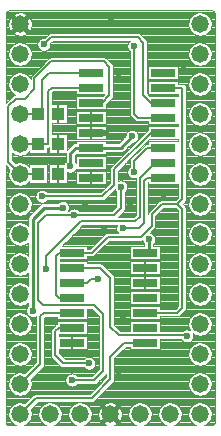
<source format=gbr>
G04 DipTrace 3.3.1.1*
G04 Top.gbr*
%MOIN*%
G04 #@! TF.FileFunction,Copper,L1,Top*
G04 #@! TF.Part,Single*
G04 #@! TA.AperFunction,Conductor*
%ADD13C,0.006*%
G04 #@! TA.AperFunction,CopperBalancing*
%ADD14C,0.007874*%
G04 #@! TA.AperFunction,Conductor*
%ADD15C,0.01*%
G04 #@! TA.AperFunction,CopperBalancing*
%ADD16C,0.003937*%
%ADD17C,0.015748*%
%ADD22R,0.08X0.026*%
%ADD23R,0.03937X0.043307*%
G04 #@! TA.AperFunction,ComponentPad*
%ADD26C,0.058*%
G04 #@! TA.AperFunction,ViaPad*
%ADD27C,0.023622*%
%FSLAX26Y26*%
G04*
G70*
G90*
G75*
G01*
G04 Top*
%LPD*%
X137500Y1275000D2*
D13*
X162500Y1300000D1*
X450000D1*
X468749Y1281251D1*
Y1106249D1*
X493751Y1081249D1*
X535751D1*
X437500Y1268751D2*
Y1044386D1*
X450636Y1031249D1*
X535751D1*
X131251Y768751D2*
X332585D1*
X371555Y807720D1*
Y858957D1*
X493849Y981249D1*
X535751D1*
X437500Y850000D2*
Y886969D1*
X481781Y931249D1*
X535751D1*
X143751Y525000D2*
Y568751D1*
X262106Y687106D1*
X442866D1*
X456740Y700980D1*
Y830756D1*
X507234Y881249D1*
X535751D1*
X400000Y662500D2*
X455039D1*
X470614Y678075D1*
Y820083D1*
X481781Y831251D1*
X535751D1*
X118751Y843751D2*
X58268D1*
Y842913D1*
X18524Y882657D1*
Y1068524D1*
X43751Y1093751D1*
X75001D1*
X106249Y1124999D1*
Y1162499D1*
X162501Y1218751D1*
X337499D1*
X356249Y1200000D1*
Y1106248D1*
X331251Y1081249D1*
X293751D1*
X58268Y942913D2*
X118751D1*
Y943751D1*
X152118D1*
Y1120084D1*
X163283Y1131249D1*
X293751D1*
X58268Y1042913D2*
X118751D1*
Y1043749D1*
X131249D1*
Y1156249D1*
X156249Y1181249D1*
X293751D1*
X231251Y156251D2*
D14*
X304125D1*
X334055Y186181D1*
Y376327D1*
X304131Y406251D1*
X136007D1*
X117740Y424516D1*
Y680239D1*
X143751Y706249D1*
X237500D1*
X318751Y493751D2*
X293848D1*
X281346Y481249D1*
X231251D1*
X237500Y706249D2*
X371647D1*
X393751Y728353D1*
Y800000D1*
X614173Y303150D2*
Y306249D1*
X386762D1*
X359055Y333957D1*
Y496458D1*
X324264Y531249D1*
X231251D1*
X287500Y212500D2*
X202224D1*
X175000Y239724D1*
Y318751D1*
X187500Y331249D1*
X231251D1*
X58268Y142913D2*
X124551Y209197D1*
Y368209D1*
X137592Y381249D1*
X231251D1*
X473251Y331249D2*
Y331251D1*
X475000D1*
X58268Y42913D2*
X111811Y96457D1*
X296555D1*
X359055Y158957D1*
Y233958D1*
X406346Y281249D1*
X473251D1*
X231251Y431249D2*
D13*
X186861D1*
X177165Y440945D1*
Y570866D1*
X187549Y581249D1*
X231251D1*
X297970D1*
X350677Y633957D1*
X460244D1*
X496555Y670268D1*
Y708957D1*
X530764Y743165D1*
X582925D1*
X598673Y758913D1*
Y1131249D1*
X535751D1*
X582925Y743165D2*
X598673Y727417D1*
Y397831D1*
X582092Y381249D1*
X473251D1*
X487500Y625000D2*
D15*
Y581249D1*
X473251D1*
X225000Y868751D2*
Y912500D1*
X243749Y931249D1*
X293751D1*
X200000Y731249D2*
X137500D1*
X100000Y693749D1*
Y387500D1*
X293751Y931249D2*
X393751D1*
X431251Y968749D1*
X535751Y1181249D2*
D14*
Y1181251D1*
X537500D1*
D27*
X137500Y137500D3*
X400000Y368751D3*
X568751Y562500D3*
X275000Y743749D3*
X425000Y737500D3*
X343751Y981249D3*
X606299Y1188976D3*
X362500Y1356251D3*
X537500Y775000D3*
X337500Y662500D3*
X387500Y187500D3*
Y1162500D3*
X137500Y1275000D3*
X437500Y1268751D3*
X131251Y768751D3*
X437500Y850000D3*
X143751Y525000D3*
X400000Y662500D3*
X393751Y800000D3*
X231251Y156251D3*
X318751Y493751D3*
X237500Y706249D3*
X614173Y303150D3*
X287500Y212500D3*
X475000Y331251D3*
X487500Y625000D3*
X431251Y968749D3*
X225000Y868751D3*
X100000Y387500D3*
X200000Y731249D3*
X537500Y1181251D3*
X13697Y1384383D2*
D16*
X705201D1*
X11798Y1380577D2*
X47751D1*
X68785D2*
X647752D1*
X668778D2*
X707100D1*
X11421Y1376772D2*
X38516D1*
X78020D2*
X638517D1*
X678013D2*
X707476D1*
X11421Y1372966D2*
X33018D1*
X83517D2*
X633020D1*
X683520D2*
X707476D1*
X11421Y1369160D2*
X29028D1*
X87508D2*
X629029D1*
X687510D2*
X707476D1*
X11421Y1365354D2*
X25974D1*
X90562D2*
X625976D1*
X690555D2*
X707476D1*
X11421Y1361549D2*
X23614D1*
X92921D2*
X623615D1*
X692924D2*
X707476D1*
X11421Y1357743D2*
X21807D1*
X94728D2*
X621801D1*
X694731D2*
X707476D1*
X11421Y1353937D2*
X20461D1*
X96075D2*
X620462D1*
X696068D2*
X707476D1*
X11421Y1350131D2*
X19546D1*
X96990D2*
X619547D1*
X696991D2*
X707476D1*
X11421Y1346325D2*
X19024D1*
X97512D2*
X619025D1*
X697514D2*
X707476D1*
X11421Y1342520D2*
X18877D1*
X97659D2*
X618878D1*
X697660D2*
X707476D1*
X11421Y1338714D2*
X19100D1*
X97436D2*
X619101D1*
X697437D2*
X707476D1*
X11421Y1334908D2*
X19707D1*
X96828D2*
X619701D1*
X696829D2*
X707476D1*
X11421Y1331102D2*
X20707D1*
X95828D2*
X620709D1*
X695829D2*
X707476D1*
X11421Y1327297D2*
X22138D1*
X94398D2*
X622139D1*
X694400D2*
X707476D1*
X11421Y1323491D2*
X24052D1*
X92483D2*
X624054D1*
X692478D2*
X707476D1*
X11421Y1319685D2*
X26543D1*
X89992D2*
X626545D1*
X689986D2*
X707476D1*
X11421Y1315879D2*
X29765D1*
X86770D2*
X629766D1*
X686772D2*
X707476D1*
X11421Y1312073D2*
X34003D1*
X82533D2*
X157287D1*
X455211D2*
X634004D1*
X682535D2*
X707476D1*
X11421Y1308268D2*
X39969D1*
X76567D2*
X151990D1*
X460509D2*
X639963D1*
X676568D2*
X707476D1*
X11421Y1304462D2*
X51357D1*
X65178D2*
X148182D1*
X464315D2*
X651358D1*
X665180D2*
X707476D1*
X11421Y1300656D2*
X144377D1*
X468122D2*
X707476D1*
X11421Y1296850D2*
X140571D1*
X471928D2*
X707476D1*
X11421Y1293045D2*
X124853D1*
X475735D2*
X707476D1*
X11421Y1289239D2*
X120585D1*
X479402D2*
X707476D1*
X11421Y1285433D2*
X117955D1*
X166710D2*
X423059D1*
X481455D2*
X707476D1*
X11421Y1281627D2*
X53156D1*
X63379D2*
X116325D1*
X162904D2*
X419499D1*
X482139D2*
X653157D1*
X663373D2*
X707476D1*
X11421Y1277822D2*
X40484D1*
X76051D2*
X115480D1*
X159520D2*
X417268D1*
X482147D2*
X640486D1*
X676052D2*
X707476D1*
X11421Y1274016D2*
X34348D1*
X82188D2*
X115318D1*
X159682D2*
X415938D1*
X482147D2*
X634343D1*
X682189D2*
X707476D1*
X11421Y1270210D2*
X30018D1*
X86517D2*
X115825D1*
X159175D2*
X415346D1*
X482147D2*
X630021D1*
X686518D2*
X707476D1*
X11421Y1266404D2*
X26743D1*
X89793D2*
X117064D1*
X157936D2*
X415423D1*
X482147D2*
X626744D1*
X689794D2*
X707476D1*
X11421Y1262598D2*
X24206D1*
X92329D2*
X119163D1*
X155837D2*
X416184D1*
X482147D2*
X624207D1*
X692331D2*
X707476D1*
X11421Y1258793D2*
X22252D1*
X94283D2*
X122508D1*
X152492D2*
X417699D1*
X482147D2*
X622255D1*
X694285D2*
X707476D1*
X11421Y1254987D2*
X20791D1*
X95744D2*
X128437D1*
X146563D2*
X420190D1*
X482147D2*
X620793D1*
X695745D2*
X707476D1*
X11421Y1251181D2*
X19761D1*
X96774D2*
X424104D1*
X482147D2*
X619762D1*
X696776D2*
X707476D1*
X11421Y1247375D2*
X19131D1*
X97404D2*
X424104D1*
X482147D2*
X619133D1*
X697407D2*
X707476D1*
X11421Y1243570D2*
X18877D1*
X97659D2*
X424104D1*
X482147D2*
X618878D1*
X697652D2*
X707476D1*
X11421Y1239764D2*
X19000D1*
X97535D2*
X424104D1*
X482147D2*
X619001D1*
X697537D2*
X707476D1*
X11421Y1235958D2*
X19500D1*
X97035D2*
X424104D1*
X482147D2*
X619501D1*
X697037D2*
X707476D1*
X11421Y1232152D2*
X20391D1*
X96144D2*
X424104D1*
X482147D2*
X620386D1*
X696146D2*
X707484D1*
X11421Y1228346D2*
X21699D1*
X94836D2*
X153335D1*
X346667D2*
X424104D1*
X482147D2*
X621701D1*
X694839D2*
X707484D1*
X11421Y1224541D2*
X23475D1*
X93060D2*
X149513D1*
X350488D2*
X424104D1*
X482147D2*
X623469D1*
X693062D2*
X707484D1*
X11421Y1220735D2*
X25798D1*
X90738D2*
X145707D1*
X354294D2*
X424104D1*
X482147D2*
X625791D1*
X690740D2*
X707484D1*
X11421Y1216929D2*
X28789D1*
X87747D2*
X141900D1*
X358101D2*
X424104D1*
X482147D2*
X628790D1*
X687740D2*
X707484D1*
X11421Y1213123D2*
X32702D1*
X83833D2*
X138094D1*
X361907D2*
X424104D1*
X482147D2*
X632705D1*
X683835D2*
X707484D1*
X11421Y1209318D2*
X38070D1*
X78466D2*
X134289D1*
X365714D2*
X424104D1*
X482147D2*
X638063D1*
X678467D2*
X707484D1*
X11421Y1205512D2*
X46820D1*
X69715D2*
X130482D1*
X368420D2*
X424104D1*
X482147D2*
X646822D1*
X669709D2*
X707484D1*
X11421Y1201706D2*
X126676D1*
X369528D2*
X424104D1*
X482147D2*
X485358D1*
X586147D2*
X707484D1*
X11421Y1197900D2*
X122869D1*
X369643D2*
X424104D1*
X482147D2*
X485358D1*
X586147D2*
X707484D1*
X11421Y1194094D2*
X119063D1*
X369643D2*
X424104D1*
X482147D2*
X485358D1*
X586147D2*
X707484D1*
X11421Y1190289D2*
X115264D1*
X369643D2*
X424104D1*
X482147D2*
X485358D1*
X586147D2*
X707484D1*
X11421Y1186483D2*
X111458D1*
X369643D2*
X424104D1*
X482147D2*
X485358D1*
X586147D2*
X707484D1*
X11421Y1182677D2*
X107652D1*
X369643D2*
X424104D1*
X482147D2*
X485358D1*
X586147D2*
X707484D1*
X11421Y1178871D2*
X42776D1*
X73760D2*
X103845D1*
X369643D2*
X424104D1*
X482147D2*
X485358D1*
X586147D2*
X642777D1*
X673761D2*
X707484D1*
X11421Y1175066D2*
X35802D1*
X80734D2*
X100039D1*
X369643D2*
X424104D1*
X482147D2*
X485358D1*
X586147D2*
X635803D1*
X680736D2*
X707484D1*
X11421Y1171260D2*
X31088D1*
X85448D2*
X96248D1*
X369643D2*
X424104D1*
X482147D2*
X485358D1*
X586147D2*
X631089D1*
X685449D2*
X707484D1*
X11421Y1167454D2*
X27566D1*
X88970D2*
X93833D1*
X369643D2*
X424104D1*
X482147D2*
X485358D1*
X586147D2*
X627560D1*
X688971D2*
X707484D1*
X11421Y1163648D2*
X24844D1*
X369643D2*
X424104D1*
X482147D2*
X485358D1*
X586147D2*
X624845D1*
X691693D2*
X707484D1*
X11421Y1159843D2*
X22738D1*
X369643D2*
X424104D1*
X482147D2*
X485358D1*
X586147D2*
X622739D1*
X693793D2*
X707484D1*
X11421Y1156037D2*
X21146D1*
X369643D2*
X424104D1*
X482147D2*
X621147D1*
X695385D2*
X707484D1*
X11421Y1152231D2*
X20008D1*
X369643D2*
X424104D1*
X482147D2*
X485358D1*
X586147D2*
X620001D1*
X696530D2*
X707484D1*
X11421Y1148425D2*
X19269D1*
X369643D2*
X424104D1*
X482147D2*
X485358D1*
X586147D2*
X619262D1*
X697268D2*
X707484D1*
X11421Y1144619D2*
X18908D1*
X369643D2*
X424104D1*
X482147D2*
X485358D1*
X586147D2*
X618909D1*
X697622D2*
X707484D1*
X11421Y1140814D2*
X18930D1*
X369643D2*
X424104D1*
X482147D2*
X485358D1*
X607870D2*
X618932D1*
X697606D2*
X707484D1*
X11421Y1137008D2*
X19323D1*
X369643D2*
X424104D1*
X482147D2*
X485358D1*
X610723D2*
X619324D1*
X697214D2*
X707484D1*
X11421Y1133202D2*
X20100D1*
X369643D2*
X424104D1*
X482147D2*
X485358D1*
X611923D2*
X620101D1*
X696429D2*
X707484D1*
X11421Y1129396D2*
X21291D1*
X369643D2*
X424104D1*
X482147D2*
X485358D1*
X612068D2*
X621293D1*
X695245D2*
X707484D1*
X11421Y1125591D2*
X22929D1*
X369643D2*
X424104D1*
X482147D2*
X485358D1*
X612068D2*
X622930D1*
X693600D2*
X707484D1*
X11421Y1121785D2*
X25091D1*
X369643D2*
X424104D1*
X482147D2*
X485358D1*
X612068D2*
X625092D1*
X691440D2*
X707484D1*
X11421Y1117979D2*
X27888D1*
X168794D2*
X243356D1*
X369643D2*
X424104D1*
X482147D2*
X485358D1*
X612068D2*
X627883D1*
X688648D2*
X707484D1*
X11421Y1114173D2*
X31510D1*
X165510D2*
X243356D1*
X369643D2*
X424104D1*
X482147D2*
X485358D1*
X612068D2*
X631512D1*
X685026D2*
X707484D1*
X11421Y1110367D2*
X36386D1*
X165510D2*
X243356D1*
X369643D2*
X424104D1*
X612068D2*
X636387D1*
X680151D2*
X707484D1*
X11421Y1106562D2*
X41146D1*
X165510D2*
X337782D1*
X369643D2*
X424104D1*
X487215D2*
X585283D1*
X612068D2*
X643747D1*
X672785D2*
X707484D1*
X11421Y1102756D2*
X33979D1*
X165510D2*
X243356D1*
X369165D2*
X424104D1*
X612068D2*
X707484D1*
X11421Y1098950D2*
X30173D1*
X165510D2*
X243356D1*
X367406D2*
X424104D1*
X612068D2*
X707484D1*
X11421Y1095144D2*
X26366D1*
X165510D2*
X243356D1*
X363921D2*
X424104D1*
X612068D2*
X707484D1*
X11421Y1091339D2*
X22560D1*
X165510D2*
X243356D1*
X360115D2*
X424104D1*
X612068D2*
X707484D1*
X11421Y1087533D2*
X18753D1*
X165510D2*
X243356D1*
X356310D2*
X424104D1*
X612068D2*
X707484D1*
X11421Y1083727D2*
X14948D1*
X165510D2*
X243356D1*
X352510D2*
X424104D1*
X612068D2*
X707484D1*
X165510Y1079921D2*
X243356D1*
X348705D2*
X424104D1*
X612068D2*
X645568D1*
X670970D2*
X707484D1*
X165510Y1076115D2*
X243356D1*
X344898D2*
X424104D1*
X612068D2*
X637409D1*
X679121D2*
X707484D1*
X215761Y1072310D2*
X243356D1*
X344144D2*
X424104D1*
X612068D2*
X632243D1*
X684289D2*
X707484D1*
X215761Y1068504D2*
X243356D1*
X344144D2*
X424104D1*
X612068D2*
X628444D1*
X688094D2*
X707484D1*
X215761Y1064698D2*
X243356D1*
X344144D2*
X424104D1*
X612068D2*
X625522D1*
X691009D2*
X707484D1*
X215761Y1060892D2*
X243356D1*
X344144D2*
X424104D1*
X612068D2*
X623269D1*
X693269D2*
X707484D1*
X215761Y1057087D2*
X424104D1*
X612068D2*
X621539D1*
X694992D2*
X707484D1*
X215761Y1053281D2*
X243356D1*
X344144D2*
X424104D1*
X612068D2*
X620278D1*
X696261D2*
X707484D1*
X215761Y1049475D2*
X243356D1*
X344144D2*
X424104D1*
X612068D2*
X619432D1*
X697106D2*
X707484D1*
X215761Y1045669D2*
X243356D1*
X344144D2*
X424104D1*
X612068D2*
X618971D1*
X697560D2*
X707484D1*
X215761Y1041864D2*
X243356D1*
X344144D2*
X424350D1*
X612068D2*
X618886D1*
X697644D2*
X707484D1*
X215761Y1038058D2*
X243356D1*
X344144D2*
X425749D1*
X612068D2*
X619178D1*
X697360D2*
X707484D1*
X215761Y1034252D2*
X243356D1*
X344144D2*
X428856D1*
X612068D2*
X619848D1*
X696692D2*
X707484D1*
X215761Y1030446D2*
X243356D1*
X344144D2*
X432663D1*
X612068D2*
X620924D1*
X695614D2*
X707484D1*
X215761Y1026640D2*
X243356D1*
X344144D2*
X436469D1*
X612068D2*
X622430D1*
X694108D2*
X707484D1*
X215761Y1022835D2*
X243356D1*
X344144D2*
X440276D1*
X612068D2*
X624438D1*
X692093D2*
X707484D1*
X215761Y1019029D2*
X243356D1*
X344144D2*
X445811D1*
X612068D2*
X627045D1*
X689493D2*
X707484D1*
X215761Y1015223D2*
X243356D1*
X344144D2*
X485358D1*
X612068D2*
X630412D1*
X686126D2*
X707484D1*
X165510Y1011417D2*
X243356D1*
X344144D2*
X485358D1*
X612068D2*
X634873D1*
X681659D2*
X707484D1*
X165510Y1007612D2*
X585283D1*
X612068D2*
X641301D1*
X675238D2*
X707484D1*
X165510Y1003806D2*
X243356D1*
X344144D2*
X485358D1*
X612068D2*
X707484D1*
X165510Y1000000D2*
X243356D1*
X344144D2*
X485358D1*
X612068D2*
X707484D1*
X165510Y996194D2*
X243356D1*
X344144D2*
X485358D1*
X612068D2*
X707484D1*
X165510Y992388D2*
X243356D1*
X344144D2*
X485358D1*
X612068D2*
X707484D1*
X165510Y988583D2*
X243356D1*
X344144D2*
X421782D1*
X440717D2*
X482406D1*
X612068D2*
X707484D1*
X165510Y984777D2*
X243356D1*
X344144D2*
X416060D1*
X446437D2*
X478600D1*
X612068D2*
X707484D1*
X165510Y980971D2*
X243356D1*
X344144D2*
X412793D1*
X449713D2*
X474793D1*
X612068D2*
X649352D1*
X667178D2*
X707484D1*
X165510Y977165D2*
X243356D1*
X344144D2*
X410732D1*
X451766D2*
X470987D1*
X612068D2*
X639224D1*
X677314D2*
X707484D1*
X215761Y973360D2*
X243356D1*
X344144D2*
X409541D1*
X452966D2*
X467181D1*
X612068D2*
X633504D1*
X683034D2*
X707484D1*
X215761Y969554D2*
X243356D1*
X344144D2*
X409063D1*
X453442D2*
X463374D1*
X612068D2*
X629390D1*
X687140D2*
X707484D1*
X215761Y965748D2*
X243356D1*
X344144D2*
X406642D1*
X453251D2*
X459568D1*
X612068D2*
X626260D1*
X690278D2*
X707484D1*
X215761Y961942D2*
X243356D1*
X344144D2*
X402835D1*
X452366D2*
X455761D1*
X612068D2*
X623831D1*
X692701D2*
X707484D1*
X215761Y958136D2*
X399029D1*
X489514D2*
X585283D1*
X612068D2*
X621970D1*
X694570D2*
X707484D1*
X215761Y954331D2*
X395223D1*
X485707D2*
X585283D1*
X612068D2*
X620585D1*
X695953D2*
X707484D1*
X215761Y950525D2*
X243356D1*
X344144D2*
X391416D1*
X481902D2*
X485358D1*
X612068D2*
X619625D1*
X696915D2*
X707484D1*
X215761Y946719D2*
X243356D1*
X344144D2*
X387610D1*
X430828D2*
X440537D1*
X478094D2*
X485358D1*
X612068D2*
X619063D1*
X697475D2*
X707484D1*
X215761Y942913D2*
X233920D1*
X427021D2*
X436730D1*
X612068D2*
X618870D1*
X697660D2*
X707484D1*
X215761Y939108D2*
X229999D1*
X423215D2*
X432932D1*
X612068D2*
X619063D1*
X697475D2*
X707484D1*
X215761Y935302D2*
X226193D1*
X419409D2*
X429126D1*
X612068D2*
X619625D1*
X696915D2*
X707484D1*
X215761Y931496D2*
X222386D1*
X415602D2*
X425319D1*
X612068D2*
X620585D1*
X695953D2*
X707484D1*
X148832Y927690D2*
X155604D1*
X215761D2*
X218580D1*
X411797D2*
X421513D1*
X612068D2*
X621970D1*
X694570D2*
X707484D1*
X148832Y923885D2*
X155604D1*
X407990D2*
X417706D1*
X612068D2*
X623831D1*
X692701D2*
X707484D1*
X148832Y920079D2*
X155604D1*
X404154D2*
X413900D1*
X612068D2*
X626260D1*
X690278D2*
X707484D1*
X148832Y916273D2*
X155604D1*
X394987D2*
X410094D1*
X612068D2*
X629390D1*
X687140D2*
X707484D1*
X83033Y912467D2*
X88675D1*
X148832D2*
X155604D1*
X344144D2*
X406287D1*
X612068D2*
X633504D1*
X683034D2*
X707484D1*
X31913Y908661D2*
X39223D1*
X77312D2*
X209606D1*
X344144D2*
X402482D1*
X612068D2*
X639224D1*
X677314D2*
X707484D1*
X31913Y904856D2*
X49350D1*
X67185D2*
X209606D1*
X240391D2*
X398675D1*
X612068D2*
X649352D1*
X667178D2*
X707484D1*
X31913Y901050D2*
X209606D1*
X240391D2*
X243356D1*
X344144D2*
X394869D1*
X612068D2*
X707484D1*
X31913Y897244D2*
X209606D1*
X240391D2*
X243356D1*
X344144D2*
X391063D1*
X612068D2*
X707484D1*
X31913Y893438D2*
X209606D1*
X240391D2*
X243356D1*
X344144D2*
X387256D1*
X612068D2*
X707484D1*
X31913Y889633D2*
X209606D1*
X240391D2*
X243356D1*
X344144D2*
X383450D1*
X421008D2*
X424381D1*
X612068D2*
X707484D1*
X34136Y885827D2*
X209606D1*
X240391D2*
X243356D1*
X344144D2*
X379643D1*
X417202D2*
X424104D1*
X612068D2*
X707484D1*
X37942Y882021D2*
X207299D1*
X344144D2*
X375837D1*
X413396D2*
X424104D1*
X612068D2*
X707484D1*
X75236Y878215D2*
X204954D1*
X344144D2*
X372039D1*
X409589D2*
X424104D1*
X612068D2*
X641301D1*
X675238D2*
X707484D1*
X81664Y874409D2*
X88675D1*
X148832D2*
X155604D1*
X344144D2*
X368232D1*
X405783D2*
X424104D1*
X612068D2*
X634873D1*
X681659D2*
X707484D1*
X86125Y870604D2*
X88675D1*
X148832D2*
X155604D1*
X344144D2*
X364427D1*
X401984D2*
X424104D1*
X612068D2*
X630412D1*
X686126D2*
X707484D1*
X11421Y866798D2*
X15601D1*
X148832D2*
X155604D1*
X344144D2*
X360789D1*
X398178D2*
X423197D1*
X612068D2*
X627045D1*
X689493D2*
X707484D1*
X11421Y862992D2*
X19407D1*
X148832D2*
X155604D1*
X344144D2*
X358806D1*
X394373D2*
X419591D1*
X612068D2*
X624438D1*
X692093D2*
X707484D1*
X11421Y859186D2*
X22429D1*
X148832D2*
X155604D1*
X344144D2*
X358167D1*
X390566D2*
X417322D1*
X612068D2*
X622430D1*
X694108D2*
X707484D1*
X11421Y855381D2*
X20923D1*
X148832D2*
X155604D1*
X242629D2*
X358159D1*
X386760D2*
X415969D1*
X612068D2*
X620924D1*
X695614D2*
X707484D1*
X11421Y851575D2*
X19845D1*
X148832D2*
X155604D1*
X238837D2*
X243356D1*
X344144D2*
X358159D1*
X384953D2*
X415353D1*
X612068D2*
X619848D1*
X696692D2*
X707484D1*
X11421Y847769D2*
X19177D1*
X148832D2*
X155604D1*
X215761D2*
X218650D1*
X231356D2*
X243356D1*
X344144D2*
X358159D1*
X384953D2*
X415407D1*
X612068D2*
X619178D1*
X697360D2*
X707484D1*
X11421Y843963D2*
X18885D1*
X148832D2*
X155604D1*
X215761D2*
X243356D1*
X344144D2*
X358159D1*
X384953D2*
X416146D1*
X612068D2*
X618886D1*
X697644D2*
X707484D1*
X11421Y840157D2*
X18969D1*
X148832D2*
X155604D1*
X215761D2*
X243356D1*
X344144D2*
X358159D1*
X384953D2*
X417646D1*
X612068D2*
X618971D1*
X697560D2*
X707484D1*
X11421Y836352D2*
X19430D1*
X148832D2*
X155604D1*
X215761D2*
X243356D1*
X344144D2*
X358159D1*
X384953D2*
X420091D1*
X612068D2*
X619432D1*
X697106D2*
X707484D1*
X11421Y832546D2*
X20277D1*
X148832D2*
X155604D1*
X215761D2*
X243356D1*
X344144D2*
X358159D1*
X384953D2*
X424028D1*
X612068D2*
X620278D1*
X696261D2*
X707484D1*
X11421Y828740D2*
X21538D1*
X148832D2*
X155604D1*
X215761D2*
X243356D1*
X344144D2*
X358159D1*
X384953D2*
X432232D1*
X612068D2*
X621539D1*
X694992D2*
X707484D1*
X11421Y824934D2*
X23268D1*
X148832D2*
X155604D1*
X215761D2*
X243356D1*
X344144D2*
X358159D1*
X384953D2*
X443344D1*
X612068D2*
X623269D1*
X693269D2*
X707484D1*
X11421Y821129D2*
X25529D1*
X148832D2*
X155604D1*
X215761D2*
X243356D1*
X344144D2*
X358159D1*
X384953D2*
X387941D1*
X399555D2*
X443344D1*
X612068D2*
X625522D1*
X691009D2*
X707484D1*
X11421Y817323D2*
X28442D1*
X148832D2*
X155604D1*
X215761D2*
X243356D1*
X344144D2*
X358159D1*
X407398D2*
X443344D1*
X612068D2*
X628444D1*
X688094D2*
X707484D1*
X11421Y813517D2*
X32241D1*
X84294D2*
X88675D1*
X148832D2*
X155604D1*
X215761D2*
X243356D1*
X344144D2*
X358159D1*
X411259D2*
X443344D1*
X612068D2*
X632243D1*
X684289D2*
X707484D1*
X11421Y809711D2*
X37416D1*
X79119D2*
X243356D1*
X344144D2*
X354768D1*
X413673D2*
X443344D1*
X612068D2*
X637409D1*
X679121D2*
X707484D1*
X11421Y805906D2*
X45567D1*
X70969D2*
X350962D1*
X415142D2*
X443344D1*
X484008D2*
X585283D1*
X612068D2*
X645568D1*
X670970D2*
X707484D1*
X11421Y802100D2*
X347156D1*
X415857D2*
X443344D1*
X484008D2*
X585283D1*
X612068D2*
X707484D1*
X11421Y798294D2*
X343349D1*
X415887D2*
X443344D1*
X484008D2*
X585283D1*
X612068D2*
X707484D1*
X11421Y794488D2*
X339543D1*
X415249D2*
X443344D1*
X484008D2*
X585283D1*
X612068D2*
X707484D1*
X11421Y790682D2*
X335736D1*
X413865D2*
X443344D1*
X484008D2*
X585283D1*
X612068D2*
X707484D1*
X11421Y786877D2*
X118724D1*
X143772D2*
X331930D1*
X369490D2*
X375937D1*
X411566D2*
X443344D1*
X484008D2*
X585283D1*
X612068D2*
X707484D1*
X11421Y783071D2*
X114403D1*
X148093D2*
X328125D1*
X365682D2*
X379421D1*
X408083D2*
X443344D1*
X484008D2*
X585283D1*
X612068D2*
X707484D1*
X11421Y779265D2*
X43744D1*
X72791D2*
X111751D1*
X361877D2*
X379421D1*
X408083D2*
X443344D1*
X484008D2*
X585283D1*
X612068D2*
X643747D1*
X672785D2*
X707484D1*
X11421Y775459D2*
X36386D1*
X80150D2*
X110105D1*
X358070D2*
X379421D1*
X408083D2*
X443344D1*
X484008D2*
X585283D1*
X612068D2*
X636387D1*
X680151D2*
X707484D1*
X11421Y771654D2*
X31510D1*
X85025D2*
X109244D1*
X354264D2*
X379421D1*
X408083D2*
X443344D1*
X484008D2*
X585283D1*
X612068D2*
X631512D1*
X685026D2*
X707484D1*
X11421Y767848D2*
X27888D1*
X88647D2*
X109067D1*
X350458D2*
X379421D1*
X408083D2*
X443344D1*
X484008D2*
X585283D1*
X612068D2*
X627883D1*
X688648D2*
X707484D1*
X11421Y764042D2*
X25091D1*
X91445D2*
X109559D1*
X346659D2*
X379421D1*
X408083D2*
X443344D1*
X484008D2*
X585022D1*
X612068D2*
X625092D1*
X691440D2*
X707484D1*
X11421Y760236D2*
X22929D1*
X93606D2*
X110774D1*
X342853D2*
X379421D1*
X408083D2*
X443344D1*
X484008D2*
X581215D1*
X612068D2*
X622930D1*
X693600D2*
X707484D1*
X11421Y756430D2*
X21291D1*
X95244D2*
X112857D1*
X337131D2*
X379421D1*
X408083D2*
X443344D1*
X484008D2*
X577409D1*
X611831D2*
X621293D1*
X695245D2*
X707484D1*
X11421Y752625D2*
X20100D1*
X96436D2*
X116172D1*
X146333D2*
X195265D1*
X204735D2*
X379421D1*
X408083D2*
X443344D1*
X484008D2*
X521453D1*
X610446D2*
X620101D1*
X696429D2*
X707484D1*
X11421Y748819D2*
X19323D1*
X97213D2*
X122000D1*
X140504D2*
X186684D1*
X213316D2*
X379421D1*
X408083D2*
X443344D1*
X484008D2*
X517639D1*
X607354D2*
X619324D1*
X697214D2*
X707484D1*
X11421Y745013D2*
X18930D1*
X97605D2*
X131143D1*
X217315D2*
X379421D1*
X408083D2*
X443344D1*
X484008D2*
X513832D1*
X603549D2*
X618932D1*
X697606D2*
X707484D1*
X11421Y741207D2*
X18908D1*
X97627D2*
X125853D1*
X219798D2*
X379421D1*
X408083D2*
X443344D1*
X484008D2*
X510026D1*
X603664D2*
X618909D1*
X697622D2*
X707484D1*
X11421Y737402D2*
X19269D1*
X97266D2*
X122046D1*
X221320D2*
X379421D1*
X408083D2*
X443344D1*
X484008D2*
X506220D1*
X607470D2*
X619262D1*
X697268D2*
X707484D1*
X11421Y733596D2*
X20008D1*
X96528D2*
X118240D1*
X222081D2*
X378890D1*
X408083D2*
X443344D1*
X484008D2*
X502413D1*
X610508D2*
X620001D1*
X696530D2*
X707484D1*
X11421Y729790D2*
X21146D1*
X95390D2*
X114434D1*
X222159D2*
X375084D1*
X408083D2*
X443344D1*
X484008D2*
X498608D1*
X536165D2*
X577525D1*
X611845D2*
X621147D1*
X695385D2*
X707484D1*
X11421Y725984D2*
X22738D1*
X93798D2*
X110627D1*
X221559D2*
X227823D1*
X247180D2*
X371277D1*
X407875D2*
X443344D1*
X484008D2*
X494801D1*
X532360D2*
X581331D1*
X612068D2*
X622739D1*
X693793D2*
X707484D1*
X11421Y722178D2*
X24844D1*
X91692D2*
X106822D1*
X220228D2*
X222201D1*
X252794D2*
X367471D1*
X406636D2*
X443344D1*
X484008D2*
X490995D1*
X528554D2*
X585136D1*
X612068D2*
X624845D1*
X691693D2*
X707484D1*
X11421Y718373D2*
X27566D1*
X88970D2*
X103014D1*
X403877D2*
X443344D1*
X484008D2*
X487197D1*
X524747D2*
X585283D1*
X612068D2*
X627560D1*
X688971D2*
X707484D1*
X11421Y714567D2*
X31088D1*
X85448D2*
X99209D1*
X400070D2*
X443344D1*
X520941D2*
X585283D1*
X612068D2*
X631089D1*
X685449D2*
X707484D1*
X11421Y710761D2*
X35802D1*
X80734D2*
X95403D1*
X396264D2*
X443344D1*
X517134D2*
X585283D1*
X612068D2*
X635803D1*
X680736D2*
X707484D1*
X11421Y706955D2*
X42776D1*
X73760D2*
X91596D1*
X392458D2*
X443344D1*
X513336D2*
X585283D1*
X612068D2*
X642777D1*
X673761D2*
X707484D1*
X11421Y703150D2*
X87921D1*
X388651D2*
X440129D1*
X509953D2*
X585283D1*
X612068D2*
X707484D1*
X11421Y699344D2*
X85690D1*
X509953D2*
X585283D1*
X612068D2*
X707484D1*
X11421Y695538D2*
X84714D1*
X509953D2*
X585283D1*
X612068D2*
X707484D1*
X11421Y691732D2*
X84606D1*
X509953D2*
X585283D1*
X612068D2*
X707484D1*
X11421Y687927D2*
X84606D1*
X509953D2*
X585283D1*
X612068D2*
X707484D1*
X11421Y684121D2*
X84606D1*
X509953D2*
X585283D1*
X612068D2*
X707484D1*
X11421Y680315D2*
X46820D1*
X69715D2*
X84606D1*
X509953D2*
X585283D1*
X612068D2*
X646822D1*
X669709D2*
X707484D1*
X11421Y676509D2*
X38070D1*
X78466D2*
X84606D1*
X509953D2*
X585283D1*
X612068D2*
X638063D1*
X678467D2*
X707484D1*
X11421Y672703D2*
X32702D1*
X266480D2*
X380328D1*
X509953D2*
X585283D1*
X612068D2*
X632705D1*
X683835D2*
X707484D1*
X11421Y668898D2*
X28789D1*
X262675D2*
X378752D1*
X509875D2*
X585283D1*
X612068D2*
X628790D1*
X687740D2*
X707484D1*
X11421Y665092D2*
X25798D1*
X258869D2*
X377951D1*
X508875D2*
X585283D1*
X612068D2*
X625791D1*
X690740D2*
X707484D1*
X11421Y661286D2*
X23475D1*
X255062D2*
X377829D1*
X506346D2*
X585283D1*
X612068D2*
X623469D1*
X693062D2*
X707484D1*
X11421Y657480D2*
X21699D1*
X251256D2*
X378383D1*
X502547D2*
X585283D1*
X612068D2*
X621701D1*
X694839D2*
X707484D1*
X11421Y653675D2*
X20391D1*
X247449D2*
X379659D1*
X498741D2*
X585283D1*
X612068D2*
X620386D1*
X696146D2*
X707484D1*
X11421Y649869D2*
X19500D1*
X243651D2*
X381828D1*
X494934D2*
X585283D1*
X612068D2*
X619501D1*
X697037D2*
X707484D1*
X11421Y646063D2*
X19000D1*
X239845D2*
X345549D1*
X493559D2*
X585283D1*
X612068D2*
X619001D1*
X697537D2*
X707484D1*
X11421Y642257D2*
X18877D1*
X236038D2*
X340197D1*
X501232D2*
X585283D1*
X612068D2*
X618878D1*
X697652D2*
X707484D1*
X11421Y638451D2*
X19131D1*
X232232D2*
X336390D1*
X505062D2*
X585283D1*
X612068D2*
X619133D1*
X697407D2*
X707484D1*
X11421Y634646D2*
X19761D1*
X228425D2*
X332584D1*
X507453D2*
X585283D1*
X612068D2*
X619762D1*
X696776D2*
X707484D1*
X11421Y630840D2*
X20791D1*
X224619D2*
X328786D1*
X508907D2*
X585283D1*
X612068D2*
X620793D1*
X695745D2*
X707484D1*
X11421Y627034D2*
X22252D1*
X220814D2*
X324979D1*
X509606D2*
X585283D1*
X612068D2*
X622255D1*
X694285D2*
X707484D1*
X11421Y623228D2*
X24206D1*
X217007D2*
X321173D1*
X509630D2*
X585283D1*
X612068D2*
X624207D1*
X692331D2*
X707484D1*
X11421Y619423D2*
X26743D1*
X213201D2*
X317366D1*
X354925D2*
X466020D1*
X508976D2*
X585283D1*
X612068D2*
X626744D1*
X689794D2*
X707484D1*
X11421Y615617D2*
X30018D1*
X209394D2*
X313560D1*
X351119D2*
X467419D1*
X507584D2*
X585283D1*
X612068D2*
X630021D1*
X686518D2*
X707484D1*
X11421Y611811D2*
X34348D1*
X82188D2*
X84606D1*
X205588D2*
X309755D1*
X347312D2*
X469734D1*
X505262D2*
X585283D1*
X612068D2*
X634343D1*
X682189D2*
X707484D1*
X11421Y608005D2*
X40484D1*
X76051D2*
X84606D1*
X201782D2*
X305948D1*
X343507D2*
X472109D1*
X502894D2*
X585283D1*
X612068D2*
X640486D1*
X676052D2*
X707484D1*
X11421Y604199D2*
X53156D1*
X63379D2*
X84606D1*
X281644D2*
X302142D1*
X339699D2*
X422858D1*
X523647D2*
X585283D1*
X612068D2*
X653157D1*
X663381D2*
X707484D1*
X11421Y600394D2*
X84606D1*
X281644D2*
X298335D1*
X335894D2*
X422858D1*
X523647D2*
X585283D1*
X612068D2*
X707484D1*
X11421Y596588D2*
X84606D1*
X281644D2*
X294529D1*
X332088D2*
X422858D1*
X523647D2*
X585283D1*
X612068D2*
X707484D1*
X11421Y592782D2*
X84606D1*
X328281D2*
X422858D1*
X523647D2*
X585283D1*
X612068D2*
X707484D1*
X11421Y588976D2*
X84606D1*
X324475D2*
X422858D1*
X523647D2*
X585283D1*
X612068D2*
X707484D1*
X11421Y585171D2*
X84606D1*
X320668D2*
X422858D1*
X523647D2*
X585283D1*
X612068D2*
X707484D1*
X11421Y581365D2*
X51357D1*
X65178D2*
X84606D1*
X316862D2*
X422858D1*
X523647D2*
X585283D1*
X612068D2*
X651358D1*
X665180D2*
X707484D1*
X11421Y577559D2*
X39969D1*
X76567D2*
X84606D1*
X313056D2*
X422858D1*
X523647D2*
X585283D1*
X612068D2*
X639963D1*
X676568D2*
X707484D1*
X11421Y573753D2*
X34003D1*
X82533D2*
X84605D1*
X309249D2*
X422858D1*
X523647D2*
X585283D1*
X612068D2*
X634004D1*
X682535D2*
X707484D1*
X11421Y569948D2*
X29765D1*
X304790D2*
X422858D1*
X523647D2*
X585283D1*
X612068D2*
X629766D1*
X686772D2*
X707484D1*
X11421Y566142D2*
X26543D1*
X281644D2*
X422858D1*
X523647D2*
X585283D1*
X612068D2*
X626545D1*
X689986D2*
X707484D1*
X11421Y562336D2*
X24052D1*
X281644D2*
X422858D1*
X523647D2*
X585283D1*
X612068D2*
X624054D1*
X692478D2*
X707484D1*
X11421Y558530D2*
X22138D1*
X281644D2*
X422858D1*
X523647D2*
X585283D1*
X612068D2*
X622139D1*
X694400D2*
X707484D1*
X11421Y554724D2*
X20707D1*
X190563D2*
X585283D1*
X612068D2*
X620709D1*
X695829D2*
X707484D1*
X11421Y550919D2*
X19707D1*
X281644D2*
X422858D1*
X523647D2*
X585283D1*
X612068D2*
X619701D1*
X696829D2*
X707484D1*
X11421Y547113D2*
X19100D1*
X281644D2*
X422858D1*
X523647D2*
X585283D1*
X612068D2*
X619101D1*
X697437D2*
X707484D1*
X11421Y543307D2*
X18877D1*
X331650D2*
X422858D1*
X523647D2*
X585283D1*
X612068D2*
X618878D1*
X697660D2*
X707484D1*
X11421Y539501D2*
X19024D1*
X336117D2*
X422858D1*
X523647D2*
X585283D1*
X612068D2*
X619025D1*
X697514D2*
X707484D1*
X11421Y535696D2*
X19546D1*
X339923D2*
X422858D1*
X523647D2*
X585283D1*
X612068D2*
X619547D1*
X696991D2*
X707484D1*
X11421Y531890D2*
X20461D1*
X343730D2*
X422858D1*
X523647D2*
X585283D1*
X612068D2*
X620462D1*
X696068D2*
X707484D1*
X11421Y528084D2*
X21807D1*
X347535D2*
X422858D1*
X523647D2*
X585283D1*
X612068D2*
X621801D1*
X694731D2*
X707484D1*
X11421Y524278D2*
X23614D1*
X351341D2*
X422858D1*
X523647D2*
X585283D1*
X612068D2*
X623615D1*
X692924D2*
X707484D1*
X11421Y520472D2*
X25974D1*
X355148D2*
X422858D1*
X523647D2*
X585283D1*
X612068D2*
X625976D1*
X690555D2*
X707484D1*
X11421Y516667D2*
X29028D1*
X358946D2*
X422858D1*
X523647D2*
X585283D1*
X612068D2*
X629029D1*
X687510D2*
X707484D1*
X11421Y512861D2*
X33018D1*
X362753D2*
X422858D1*
X523647D2*
X585283D1*
X612068D2*
X633020D1*
X683520D2*
X707484D1*
X11421Y509055D2*
X38516D1*
X78020D2*
X84606D1*
X366559D2*
X422858D1*
X523647D2*
X585283D1*
X612068D2*
X638517D1*
X678013D2*
X707484D1*
X11421Y505249D2*
X47751D1*
X68785D2*
X84606D1*
X370265D2*
X585283D1*
X612068D2*
X647752D1*
X668778D2*
X707484D1*
X11421Y501444D2*
X84606D1*
X372465D2*
X422858D1*
X523647D2*
X585283D1*
X612068D2*
X707484D1*
X11421Y497638D2*
X84606D1*
X373333D2*
X422858D1*
X523647D2*
X585283D1*
X612068D2*
X707484D1*
X11421Y493832D2*
X84606D1*
X373387D2*
X422858D1*
X523647D2*
X585283D1*
X612068D2*
X707484D1*
X11421Y490026D2*
X84606D1*
X373387D2*
X422858D1*
X523647D2*
X585283D1*
X612068D2*
X707484D1*
X11421Y486220D2*
X84606D1*
X373387D2*
X422858D1*
X523647D2*
X585283D1*
X612068D2*
X707484D1*
X11421Y482415D2*
X84606D1*
X373387D2*
X422858D1*
X523647D2*
X585283D1*
X612068D2*
X707484D1*
X11421Y478609D2*
X42160D1*
X74375D2*
X84606D1*
X373387D2*
X422858D1*
X523647D2*
X585283D1*
X612068D2*
X642163D1*
X674369D2*
X707484D1*
X11421Y474803D2*
X35425D1*
X81110D2*
X84606D1*
X373387D2*
X422858D1*
X523647D2*
X585283D1*
X612068D2*
X635427D1*
X681113D2*
X707484D1*
X11421Y470997D2*
X30811D1*
X373387D2*
X422858D1*
X523647D2*
X585283D1*
X612068D2*
X630812D1*
X685726D2*
X707484D1*
X11421Y467192D2*
X27350D1*
X373387D2*
X422858D1*
X523647D2*
X585283D1*
X612068D2*
X627352D1*
X689186D2*
X707484D1*
X11421Y463386D2*
X24682D1*
X373387D2*
X422858D1*
X523647D2*
X585283D1*
X612068D2*
X624676D1*
X691854D2*
X707484D1*
X11421Y459580D2*
X22614D1*
X373387D2*
X422858D1*
X523647D2*
X585283D1*
X612068D2*
X622615D1*
X693923D2*
X707484D1*
X11421Y455774D2*
X21052D1*
X373387D2*
X585283D1*
X612068D2*
X621055D1*
X695476D2*
X707484D1*
X11421Y451969D2*
X19938D1*
X373387D2*
X422858D1*
X523647D2*
X585283D1*
X612068D2*
X619940D1*
X696598D2*
X707484D1*
X11421Y448163D2*
X19231D1*
X373387D2*
X422858D1*
X523647D2*
X585283D1*
X612068D2*
X619232D1*
X697306D2*
X707484D1*
X11421Y444357D2*
X18900D1*
X373387D2*
X422858D1*
X523647D2*
X585283D1*
X612068D2*
X618902D1*
X697636D2*
X707484D1*
X11421Y440551D2*
X18946D1*
X373387D2*
X422858D1*
X523647D2*
X585283D1*
X612068D2*
X618948D1*
X697591D2*
X707484D1*
X11421Y436745D2*
X19361D1*
X373387D2*
X422858D1*
X523647D2*
X585283D1*
X612068D2*
X619362D1*
X697168D2*
X707484D1*
X11421Y432940D2*
X20169D1*
X373387D2*
X422858D1*
X523647D2*
X585283D1*
X612068D2*
X620171D1*
X696369D2*
X707484D1*
X11421Y429134D2*
X21391D1*
X373387D2*
X422858D1*
X523647D2*
X585283D1*
X612068D2*
X621392D1*
X695146D2*
X707484D1*
X11421Y425328D2*
X23060D1*
X373387D2*
X422858D1*
X523647D2*
X585283D1*
X612068D2*
X623062D1*
X693470D2*
X707484D1*
X11421Y421522D2*
X25266D1*
X373387D2*
X422858D1*
X523647D2*
X585283D1*
X612068D2*
X625261D1*
X691270D2*
X707484D1*
X11421Y417717D2*
X28104D1*
X373387D2*
X422858D1*
X523647D2*
X585283D1*
X612068D2*
X628106D1*
X688433D2*
X707484D1*
X11421Y413911D2*
X31803D1*
X373387D2*
X422858D1*
X523647D2*
X585283D1*
X612068D2*
X631797D1*
X684734D2*
X707484D1*
X11421Y410105D2*
X36786D1*
X79749D2*
X84606D1*
X373387D2*
X422858D1*
X523647D2*
X585283D1*
X612068D2*
X636787D1*
X679744D2*
X707484D1*
X11421Y406299D2*
X44445D1*
X72091D2*
X84606D1*
X373387D2*
X585283D1*
X612068D2*
X644446D1*
X672093D2*
X707484D1*
X11421Y402493D2*
X83768D1*
X373387D2*
X422858D1*
X523647D2*
X584560D1*
X612068D2*
X707484D1*
X11421Y398688D2*
X80885D1*
X373387D2*
X422858D1*
X523647D2*
X580755D1*
X612068D2*
X707484D1*
X11421Y394882D2*
X79085D1*
X373387D2*
X422858D1*
X523647D2*
X576948D1*
X611730D2*
X707484D1*
X11421Y391076D2*
X78093D1*
X281644D2*
X299205D1*
X373387D2*
X422858D1*
X610177D2*
X707484D1*
X11421Y387270D2*
X77794D1*
X281644D2*
X303010D1*
X373387D2*
X422858D1*
X606894D2*
X707484D1*
X11421Y383465D2*
X78171D1*
X281644D2*
X306816D1*
X373387D2*
X422858D1*
X603088D2*
X707484D1*
X11421Y379659D2*
X44806D1*
X71730D2*
X79255D1*
X281644D2*
X310623D1*
X373387D2*
X422858D1*
X599281D2*
X644807D1*
X671731D2*
X707484D1*
X11421Y375853D2*
X36993D1*
X281644D2*
X314421D1*
X373387D2*
X422858D1*
X595475D2*
X636995D1*
X679543D2*
X707484D1*
X11421Y372047D2*
X31949D1*
X281644D2*
X318228D1*
X373387D2*
X422858D1*
X591668D2*
X631950D1*
X684588D2*
X707484D1*
X11421Y368241D2*
X28219D1*
X281644D2*
X319727D1*
X373387D2*
X422858D1*
X523647D2*
X628220D1*
X688318D2*
X707484D1*
X11421Y364436D2*
X25352D1*
X91184D2*
X110220D1*
X140881D2*
X180856D1*
X281644D2*
X319727D1*
X373387D2*
X422858D1*
X523647D2*
X625353D1*
X691185D2*
X707484D1*
X11421Y360630D2*
X23129D1*
X93407D2*
X110220D1*
X138882D2*
X180856D1*
X281644D2*
X319727D1*
X373387D2*
X422858D1*
X523647D2*
X623131D1*
X693408D2*
X707484D1*
X11421Y356824D2*
X21437D1*
X95098D2*
X110220D1*
X138882D2*
X319727D1*
X373387D2*
X621440D1*
X695100D2*
X707484D1*
X11421Y353018D2*
X20207D1*
X96328D2*
X110220D1*
X138882D2*
X180856D1*
X281644D2*
X319727D1*
X373387D2*
X422858D1*
X523647D2*
X620209D1*
X696329D2*
X707484D1*
X11421Y349213D2*
X19385D1*
X97151D2*
X110220D1*
X138882D2*
X180856D1*
X281644D2*
X319727D1*
X373387D2*
X422858D1*
X523647D2*
X619386D1*
X697152D2*
X707484D1*
X11421Y345407D2*
X18954D1*
X97581D2*
X110220D1*
X138882D2*
X180856D1*
X281644D2*
X319727D1*
X373387D2*
X422858D1*
X523647D2*
X618955D1*
X697583D2*
X707484D1*
X11421Y341601D2*
X18900D1*
X97643D2*
X110220D1*
X138882D2*
X177772D1*
X281644D2*
X319727D1*
X373387D2*
X422858D1*
X523647D2*
X618894D1*
X697636D2*
X707484D1*
X11421Y337795D2*
X19207D1*
X97328D2*
X110220D1*
X138882D2*
X173942D1*
X281644D2*
X319727D1*
X375318D2*
X422858D1*
X523647D2*
X619209D1*
X697322D2*
X707484D1*
X11421Y333990D2*
X19907D1*
X96629D2*
X110220D1*
X138882D2*
X170136D1*
X281644D2*
X319727D1*
X379123D2*
X422858D1*
X523647D2*
X619909D1*
X696630D2*
X707484D1*
X11421Y330184D2*
X21007D1*
X95529D2*
X110220D1*
X138882D2*
X166331D1*
X281644D2*
X319727D1*
X382930D2*
X422858D1*
X523647D2*
X621008D1*
X695522D2*
X707484D1*
X11421Y326378D2*
X22552D1*
X93983D2*
X110220D1*
X138882D2*
X162940D1*
X281644D2*
X319727D1*
X386736D2*
X422858D1*
X523647D2*
X622554D1*
X693984D2*
X707484D1*
X11421Y322572D2*
X24598D1*
X91937D2*
X110220D1*
X138882D2*
X161201D1*
X281644D2*
X319727D1*
X390543D2*
X422858D1*
X523647D2*
X603853D1*
X691940D2*
X707484D1*
X11421Y318766D2*
X27251D1*
X89285D2*
X110220D1*
X138882D2*
X160671D1*
X281644D2*
X319727D1*
X689286D2*
X707484D1*
X11421Y314961D2*
X30680D1*
X85856D2*
X110220D1*
X138882D2*
X160671D1*
X281644D2*
X319727D1*
X685857D2*
X707484D1*
X11421Y311155D2*
X35240D1*
X81295D2*
X110220D1*
X138882D2*
X160671D1*
X281644D2*
X319727D1*
X681297D2*
X707484D1*
X11421Y307349D2*
X41869D1*
X74667D2*
X110220D1*
X138882D2*
X160671D1*
X189332D2*
X319727D1*
X635967D2*
X641870D1*
X674668D2*
X707484D1*
X11421Y303543D2*
X110220D1*
X138882D2*
X160671D1*
X281644D2*
X319727D1*
X636375D2*
X707484D1*
X11421Y299738D2*
X110220D1*
X138882D2*
X160671D1*
X281644D2*
X319727D1*
X636106D2*
X707484D1*
X11421Y295932D2*
X110220D1*
X138882D2*
X160671D1*
X281644D2*
X319727D1*
X635152D2*
X707484D1*
X11421Y292126D2*
X110220D1*
X138882D2*
X160671D1*
X281644D2*
X319727D1*
X523647D2*
X594957D1*
X633383D2*
X707484D1*
X11421Y288320D2*
X110220D1*
X138882D2*
X160671D1*
X281644D2*
X319727D1*
X523647D2*
X597786D1*
X630562D2*
X707484D1*
X11421Y284514D2*
X110220D1*
X138882D2*
X160671D1*
X281644D2*
X319727D1*
X523647D2*
X602446D1*
X625902D2*
X707484D1*
X11421Y280709D2*
X48259D1*
X68277D2*
X110220D1*
X138882D2*
X160671D1*
X281644D2*
X319727D1*
X523647D2*
X648252D1*
X668278D2*
X707484D1*
X11421Y276903D2*
X38755D1*
X77781D2*
X110220D1*
X138882D2*
X160671D1*
X281644D2*
X319727D1*
X523647D2*
X638748D1*
X677783D2*
X707484D1*
X11421Y273097D2*
X33180D1*
X83356D2*
X110220D1*
X138882D2*
X160671D1*
X281644D2*
X319727D1*
X523647D2*
X633181D1*
X683358D2*
X707484D1*
X11421Y269291D2*
X29150D1*
X87386D2*
X110220D1*
X138882D2*
X160671D1*
X281644D2*
X319727D1*
X523647D2*
X629144D1*
X687387D2*
X707484D1*
X11421Y265486D2*
X26067D1*
X90469D2*
X110220D1*
X138882D2*
X160671D1*
X281644D2*
X319727D1*
X410689D2*
X422858D1*
X523647D2*
X626068D1*
X690463D2*
X707484D1*
X11421Y261680D2*
X23682D1*
X92853D2*
X110220D1*
X138882D2*
X160671D1*
X281644D2*
X319727D1*
X406883D2*
X422858D1*
X523647D2*
X623684D1*
X692846D2*
X707484D1*
X11421Y257874D2*
X21861D1*
X94675D2*
X110220D1*
X138882D2*
X160671D1*
X189332D2*
X319727D1*
X403076D2*
X621854D1*
X694677D2*
X707484D1*
X11421Y254068D2*
X20507D1*
X96029D2*
X110220D1*
X138882D2*
X160671D1*
X189332D2*
X319727D1*
X399270D2*
X620501D1*
X696030D2*
X707484D1*
X11421Y250262D2*
X19570D1*
X96966D2*
X110220D1*
X138882D2*
X160671D1*
X189332D2*
X319727D1*
X395465D2*
X619571D1*
X696961D2*
X707484D1*
X11421Y246457D2*
X19038D1*
X97497D2*
X110220D1*
X138882D2*
X160671D1*
X189332D2*
X319727D1*
X391657D2*
X619033D1*
X697499D2*
X707484D1*
X11421Y242651D2*
X18877D1*
X97659D2*
X110220D1*
X138882D2*
X160671D1*
X192177D2*
X319727D1*
X387852D2*
X618878D1*
X697660D2*
X707484D1*
X11421Y238845D2*
X19084D1*
X97451D2*
X110220D1*
X138882D2*
X160694D1*
X195984D2*
X319727D1*
X384045D2*
X619087D1*
X697453D2*
X707484D1*
X11421Y235039D2*
X19677D1*
X96858D2*
X110220D1*
X138882D2*
X161478D1*
X199790D2*
X319727D1*
X380239D2*
X619678D1*
X696861D2*
X707484D1*
X11421Y231234D2*
X20661D1*
X95874D2*
X110220D1*
X138882D2*
X163554D1*
X203596D2*
X275936D1*
X299062D2*
X319727D1*
X376433D2*
X620663D1*
X695869D2*
X707484D1*
X11421Y227428D2*
X22084D1*
X94451D2*
X110220D1*
X138882D2*
X167192D1*
X207403D2*
X271207D1*
X303798D2*
X319727D1*
X373387D2*
X622077D1*
X694454D2*
X707484D1*
X11421Y223622D2*
X23983D1*
X92552D2*
X110220D1*
X138882D2*
X170997D1*
X306659D2*
X319727D1*
X373387D2*
X623976D1*
X692554D2*
X707484D1*
X11421Y219816D2*
X26451D1*
X90084D2*
X110220D1*
X138882D2*
X174804D1*
X308442D2*
X319727D1*
X373387D2*
X626453D1*
X690087D2*
X707484D1*
X11421Y216010D2*
X29642D1*
X86894D2*
X110220D1*
X138882D2*
X178610D1*
X309419D2*
X319727D1*
X373387D2*
X629636D1*
X686895D2*
X707484D1*
X11421Y212205D2*
X33833D1*
X82702D2*
X107451D1*
X138882D2*
X182416D1*
X309703D2*
X319727D1*
X373387D2*
X633835D1*
X682705D2*
X707484D1*
X11421Y208399D2*
X39715D1*
X76820D2*
X103654D1*
X138858D2*
X186223D1*
X309319D2*
X319727D1*
X373387D2*
X639717D1*
X676822D2*
X707484D1*
X11421Y204593D2*
X50627D1*
X65908D2*
X99846D1*
X138097D2*
X190029D1*
X308219D2*
X319727D1*
X373387D2*
X650621D1*
X665911D2*
X707484D1*
X11421Y200787D2*
X96041D1*
X136060D2*
X194274D1*
X306289D2*
X319727D1*
X373387D2*
X707484D1*
X11421Y196982D2*
X92235D1*
X132438D2*
X271783D1*
X303220D2*
X319727D1*
X373387D2*
X707484D1*
X11421Y193176D2*
X88428D1*
X128631D2*
X276990D1*
X298008D2*
X319727D1*
X373387D2*
X707484D1*
X11421Y189370D2*
X84622D1*
X124825D2*
X317143D1*
X373387D2*
X707484D1*
X11421Y185564D2*
X80815D1*
X121020D2*
X313337D1*
X373387D2*
X707484D1*
X11421Y181759D2*
X54402D1*
X62134D2*
X77009D1*
X117213D2*
X309531D1*
X373387D2*
X654404D1*
X662135D2*
X707484D1*
X11421Y177953D2*
X40753D1*
X113415D2*
X228676D1*
X233824D2*
X305724D1*
X373387D2*
X640747D1*
X675783D2*
X707484D1*
X11421Y174147D2*
X34517D1*
X109608D2*
X218388D1*
X244112D2*
X301919D1*
X342122D2*
X344726D1*
X373387D2*
X634518D1*
X682020D2*
X707484D1*
X11421Y170341D2*
X30150D1*
X105802D2*
X214205D1*
X248295D2*
X298113D1*
X338316D2*
X344726D1*
X373387D2*
X630151D1*
X686387D2*
X707484D1*
X11421Y166535D2*
X26843D1*
X101996D2*
X211621D1*
X334509D2*
X344726D1*
X373387D2*
X626845D1*
X689694D2*
X707484D1*
X11421Y162730D2*
X24282D1*
X98189D2*
X210029D1*
X330711D2*
X342727D1*
X373387D2*
X624283D1*
X692255D2*
X707484D1*
X11421Y158924D2*
X22314D1*
X94383D2*
X209206D1*
X326904D2*
X338920D1*
X373387D2*
X622315D1*
X694223D2*
X707484D1*
X11421Y155118D2*
X20829D1*
X95706D2*
X209076D1*
X323098D2*
X335114D1*
X372849D2*
X620832D1*
X695699D2*
X707484D1*
X11421Y151312D2*
X19791D1*
X96744D2*
X209614D1*
X319293D2*
X331307D1*
X371104D2*
X619786D1*
X696745D2*
X707484D1*
X11421Y147507D2*
X19146D1*
X97390D2*
X210875D1*
X315486D2*
X327501D1*
X367705D2*
X619147D1*
X697391D2*
X707484D1*
X11421Y143701D2*
X18885D1*
X97651D2*
X213021D1*
X310580D2*
X323696D1*
X363907D2*
X618878D1*
X697652D2*
X707484D1*
X11421Y139895D2*
X18992D1*
X97543D2*
X216427D1*
X246073D2*
X319888D1*
X360100D2*
X618993D1*
X697545D2*
X707484D1*
X11421Y136089D2*
X19476D1*
X97059D2*
X222533D1*
X239967D2*
X316083D1*
X356294D2*
X619478D1*
X697060D2*
X707484D1*
X11421Y132283D2*
X20353D1*
X96182D2*
X312276D1*
X352488D2*
X620346D1*
X696184D2*
X707484D1*
X11421Y128478D2*
X21646D1*
X94890D2*
X308470D1*
X348681D2*
X621647D1*
X694892D2*
X707484D1*
X11421Y124672D2*
X23406D1*
X93130D2*
X304664D1*
X344875D2*
X623400D1*
X693131D2*
X707484D1*
X11421Y120866D2*
X25705D1*
X90831D2*
X300857D1*
X341068D2*
X625706D1*
X690832D2*
X707484D1*
X11421Y117060D2*
X28673D1*
X87862D2*
X297059D1*
X337262D2*
X628675D1*
X687864D2*
X707484D1*
X11421Y113255D2*
X32549D1*
X83987D2*
X293252D1*
X333457D2*
X632550D1*
X683988D2*
X707484D1*
X11421Y109449D2*
X37846D1*
X78689D2*
X106375D1*
X329650D2*
X637848D1*
X678690D2*
X707484D1*
X11421Y105643D2*
X46390D1*
X70146D2*
X100892D1*
X325844D2*
X646391D1*
X670147D2*
X707484D1*
X11421Y101837D2*
X97087D1*
X322037D2*
X707484D1*
X11421Y98031D2*
X93280D1*
X318231D2*
X707484D1*
X11421Y94226D2*
X89474D1*
X314425D2*
X707484D1*
X11421Y90420D2*
X85668D1*
X310618D2*
X707484D1*
X11421Y86614D2*
X81861D1*
X306820D2*
X707484D1*
X11421Y82808D2*
X78063D1*
X299769D2*
X707484D1*
X11421Y79003D2*
X43091D1*
X114461D2*
X143093D1*
X173446D2*
X243087D1*
X273448D2*
X343088D1*
X373449D2*
X443089D1*
X473442D2*
X543091D1*
X573445D2*
X643093D1*
X673446D2*
X707484D1*
X11421Y75197D2*
X35993D1*
X110654D2*
X135995D1*
X180543D2*
X235996D1*
X280545D2*
X335991D1*
X380539D2*
X435992D1*
X480541D2*
X535993D1*
X580542D2*
X635995D1*
X680543D2*
X707484D1*
X11421Y71391D2*
X31226D1*
X106848D2*
X131228D1*
X185311D2*
X231230D1*
X285304D2*
X331231D1*
X385306D2*
X431224D1*
X485307D2*
X531226D1*
X585310D2*
X631228D1*
X685311D2*
X707484D1*
X11421Y67585D2*
X27665D1*
X103041D2*
X127668D1*
X188864D2*
X227669D1*
X288865D2*
X327671D1*
X388866D2*
X427672D1*
X488867D2*
X527665D1*
X588870D2*
X627668D1*
X688864D2*
X707484D1*
X11421Y63780D2*
X24929D1*
X99235D2*
X124923D1*
X191609D2*
X224924D1*
X291610D2*
X324925D1*
X391612D2*
X424927D1*
X491613D2*
X524929D1*
X591606D2*
X624923D1*
X691609D2*
X707484D1*
X11421Y59974D2*
X22806D1*
X95429D2*
X122801D1*
X193731D2*
X222802D1*
X293732D2*
X322803D1*
X393734D2*
X422804D1*
X493735D2*
X522806D1*
X593730D2*
X622801D1*
X693731D2*
X707484D1*
X11421Y56168D2*
X21199D1*
X95336D2*
X121193D1*
X195337D2*
X221194D1*
X295340D2*
X321196D1*
X395341D2*
X421198D1*
X495343D2*
X521199D1*
X595336D2*
X621193D1*
X695337D2*
X707484D1*
X11421Y52362D2*
X20038D1*
X96497D2*
X120039D1*
X196499D2*
X220033D1*
X296500D2*
X320035D1*
X396503D2*
X420037D1*
X496496D2*
X520038D1*
X596497D2*
X620039D1*
X696499D2*
X707484D1*
X11421Y48556D2*
X19285D1*
X97251D2*
X119286D1*
X197252D2*
X219287D1*
X297255D2*
X319281D1*
X397248D2*
X419283D1*
X497249D2*
X519285D1*
X597251D2*
X619286D1*
X697252D2*
X707484D1*
X11421Y44751D2*
X18915D1*
X97621D2*
X118917D1*
X197622D2*
X218919D1*
X297615D2*
X318920D1*
X397617D2*
X418913D1*
X497618D2*
X518915D1*
X597621D2*
X618917D1*
X697622D2*
X707484D1*
X11421Y40945D2*
X18923D1*
X97613D2*
X118925D1*
X197614D2*
X218927D1*
X297615D2*
X318920D1*
X397609D2*
X418921D1*
X497610D2*
X518923D1*
X597613D2*
X618925D1*
X697614D2*
X707484D1*
X11421Y37139D2*
X19307D1*
X97228D2*
X119302D1*
X197230D2*
X219303D1*
X297231D2*
X319304D1*
X397232D2*
X419306D1*
X497234D2*
X519307D1*
X597228D2*
X619302D1*
X697230D2*
X707484D1*
X11421Y33333D2*
X20068D1*
X96467D2*
X120071D1*
X196469D2*
X220072D1*
X296470D2*
X320066D1*
X396463D2*
X420067D1*
X496465D2*
X520068D1*
X596467D2*
X620071D1*
X696469D2*
X707484D1*
X11421Y29528D2*
X21245D1*
X95290D2*
X121247D1*
X195291D2*
X221240D1*
X295293D2*
X321243D1*
X395295D2*
X421244D1*
X495289D2*
X521245D1*
X595290D2*
X621247D1*
X695291D2*
X707484D1*
X11421Y25722D2*
X22867D1*
X93668D2*
X122869D1*
X193669D2*
X222871D1*
X293671D2*
X322865D1*
X393664D2*
X422866D1*
X493667D2*
X522867D1*
X593668D2*
X622869D1*
X693669D2*
X707484D1*
X11421Y21916D2*
X25005D1*
X91530D2*
X125007D1*
X191524D2*
X225008D1*
X291525D2*
X325010D1*
X391528D2*
X425012D1*
X491529D2*
X525005D1*
X591530D2*
X625007D1*
X691524D2*
X707484D1*
X11421Y18110D2*
X27781D1*
X88755D2*
X127776D1*
X188756D2*
X227777D1*
X288757D2*
X327778D1*
X388759D2*
X427780D1*
X488760D2*
X527781D1*
X588755D2*
X627776D1*
X688756D2*
X707484D1*
X11744Y14304D2*
X31373D1*
X85163D2*
X131366D1*
X185165D2*
X231367D1*
X285167D2*
X331369D1*
X385168D2*
X431370D1*
X485169D2*
X531373D1*
X585163D2*
X631366D1*
X685165D2*
X707154D1*
X13398Y10499D2*
X36186D1*
X80349D2*
X136188D1*
X180352D2*
X236189D1*
X280345D2*
X336190D1*
X380346D2*
X436184D1*
X480348D2*
X536186D1*
X580349D2*
X636188D1*
X680352D2*
X705500D1*
X18911Y6693D2*
X43413D1*
X73122D2*
X143416D1*
X173123D2*
X243417D1*
X273125D2*
X343411D1*
X373118D2*
X443412D1*
X473119D2*
X543413D1*
X573122D2*
X643416D1*
X673123D2*
X699987D1*
X197636Y604249D2*
X281251D1*
Y594245D1*
X292589Y594249D1*
X341484Y643150D1*
X343035Y644474D1*
X344776Y645539D1*
X346660Y646320D1*
X348643Y646797D1*
X350677Y646957D1*
X384703D1*
X383415Y648335D1*
X382354Y649680D1*
X381403Y651104D1*
X380566Y652598D1*
X379849Y654154D1*
X379256Y655760D1*
X378791Y657408D1*
X378458Y659088D1*
X378256Y660789D1*
X378189Y662500D1*
X378256Y664211D1*
X378458Y665912D1*
X378791Y667592D1*
X379256Y669240D1*
X379849Y670846D1*
X380566Y672402D1*
X381541Y674102D1*
X267492Y674106D1*
X197629Y604244D1*
X281251Y568255D2*
Y558249D1*
X190169D1*
X190165Y554249D1*
X281251D1*
Y545184D1*
X324264Y545186D1*
X326444Y545014D1*
X328571Y544504D1*
X330591Y543668D1*
X332455Y542525D1*
X334122Y541101D1*
X369654Y505509D1*
X370938Y503740D1*
X371932Y501791D1*
X372608Y499711D1*
X372949Y497551D1*
X372992Y492521D1*
Y339723D1*
X392535Y320186D1*
X423248Y320188D1*
X423251Y354249D1*
X523251D1*
Y320193D1*
X600552Y320188D1*
X602777Y321747D1*
X604272Y322584D1*
X605827Y323301D1*
X607433Y323894D1*
X609081Y324358D1*
X610761Y324692D1*
X612462Y324894D1*
X614173Y324961D1*
X615885Y324894D1*
X617585Y324692D1*
X619265Y324358D1*
X620913Y323894D1*
X622520Y323301D1*
X624075Y322584D1*
X625482Y321795D1*
X624364Y323639D1*
X623434Y325374D1*
X622593Y327155D1*
X621844Y328974D1*
X621186Y330829D1*
X620625Y332717D1*
X620157Y334629D1*
X619789Y336562D1*
X619517Y338510D1*
X619344Y340471D1*
X619270Y342438D1*
X619297Y344407D1*
X619421Y346371D1*
X619646Y348327D1*
X619967Y350268D1*
X620387Y352192D1*
X620904Y354091D1*
X621516Y355962D1*
X622220Y357799D1*
X623017Y359598D1*
X623904Y361356D1*
X624878Y363067D1*
X625937Y364726D1*
X627079Y366328D1*
X628301Y367873D1*
X629597Y369353D1*
X630969Y370765D1*
X632408Y372108D1*
X633913Y373375D1*
X635482Y374564D1*
X637108Y375675D1*
X638787Y376699D1*
X640517Y377639D1*
X642291Y378491D1*
X644108Y379252D1*
X645958Y379920D1*
X647841Y380493D1*
X649751Y380972D1*
X651681Y381353D1*
X653630Y381636D1*
X655589Y381822D1*
X657555Y381907D1*
X659524Y381894D1*
X661488Y381780D1*
X663446Y381568D1*
X665390Y381257D1*
X667315Y380849D1*
X669218Y380345D1*
X671092Y379744D1*
X672934Y379051D1*
X674739Y378265D1*
X676501Y377388D1*
X678217Y376425D1*
X679882Y375375D1*
X681492Y374244D1*
X683043Y373033D1*
X684531Y371744D1*
X685953Y370382D1*
X687303Y368950D1*
X688580Y367451D1*
X689780Y365891D1*
X690899Y364273D1*
X691934Y362598D1*
X692886Y360875D1*
X693748Y359106D1*
X694520Y357295D1*
X695198Y355448D1*
X695783Y353568D1*
X696274Y351661D1*
X696667Y349734D1*
X696962Y347787D1*
X697159Y345829D1*
X697268Y342913D1*
X697218Y340946D1*
X697070Y338983D1*
X696822Y337030D1*
X696475Y335093D1*
X696033Y333175D1*
X695493Y331282D1*
X694858Y329419D1*
X694131Y327589D1*
X693312Y325801D1*
X692404Y324054D1*
X691409Y322356D1*
X690329Y320710D1*
X689169Y319119D1*
X687929Y317592D1*
X686614Y316127D1*
X685226Y314731D1*
X683770Y313407D1*
X682249Y312157D1*
X680667Y310987D1*
X679028Y309898D1*
X677335Y308892D1*
X675594Y307974D1*
X673810Y307144D1*
X671984Y306406D1*
X670126Y305760D1*
X668236Y305209D1*
X666320Y304753D1*
X664386Y304396D1*
X662434Y304136D1*
X660472Y303976D1*
X658505Y303915D1*
X656537Y303951D1*
X654573Y304089D1*
X652619Y304324D1*
X650680Y304659D1*
X648760Y305091D1*
X646864Y305618D1*
X644996Y306241D1*
X643163Y306957D1*
X641367Y307765D1*
X639615Y308663D1*
X637912Y309647D1*
X636260Y310717D1*
X633877Y312497D1*
X634917Y309890D1*
X635382Y308241D1*
X635715Y306562D1*
X635917Y304861D1*
X635984Y303150D1*
X635917Y301438D1*
X635715Y299738D1*
X635382Y298058D1*
X634917Y296409D1*
X634324Y294803D1*
X633608Y293248D1*
X632770Y291753D1*
X631819Y290329D1*
X630759Y288984D1*
X629596Y287727D1*
X628339Y286564D1*
X626993Y285504D1*
X625570Y284552D1*
X624075Y283715D1*
X622520Y282999D1*
X620913Y282406D1*
X619265Y281941D1*
X617585Y281608D1*
X615885Y281406D1*
X614173Y281339D1*
X612462Y281406D1*
X610761Y281608D1*
X609081Y281941D1*
X607433Y282406D1*
X605827Y282999D1*
X604272Y283715D1*
X602777Y284552D1*
X601353Y285504D1*
X600008Y286564D1*
X598751Y287727D1*
X597588Y288984D1*
X596528Y290329D1*
X595265Y292308D1*
X523245Y292312D1*
X523251Y258249D1*
X423251D1*
Y267315D1*
X412112Y267312D1*
X372991Y228184D1*
X372949Y157864D1*
X372608Y155703D1*
X371932Y153623D1*
X370938Y151675D1*
X369654Y149906D1*
X366126Y146318D1*
X305606Y85858D1*
X303837Y84573D1*
X301888Y83580D1*
X299808Y82904D1*
X297648Y82563D1*
X292618Y82520D1*
X117583D1*
X93877Y58812D1*
X95198Y55448D1*
X95783Y53568D1*
X96274Y51661D1*
X96667Y49734D1*
X96962Y47787D1*
X97159Y45829D1*
X97268Y42913D1*
X97218Y40946D1*
X97070Y38983D1*
X96822Y37030D1*
X96475Y35093D1*
X96033Y33175D1*
X95493Y31282D1*
X94858Y29419D1*
X94131Y27589D1*
X93312Y25801D1*
X92404Y24054D1*
X91409Y22356D1*
X90329Y20710D1*
X89169Y19119D1*
X87929Y17592D1*
X86614Y16127D1*
X85226Y14731D1*
X83770Y13407D1*
X82249Y12157D1*
X80667Y10987D1*
X79028Y9898D1*
X77335Y8892D1*
X75594Y7974D1*
X73810Y7144D1*
X71672Y6297D1*
X144836Y6299D1*
X141367Y7765D1*
X139615Y8663D1*
X137912Y9647D1*
X136260Y10717D1*
X134663Y11867D1*
X133127Y13098D1*
X131655Y14406D1*
X130251Y15783D1*
X128917Y17232D1*
X127659Y18745D1*
X126478Y20320D1*
X125379Y21953D1*
X124364Y23639D1*
X123434Y25374D1*
X122593Y27155D1*
X121844Y28974D1*
X121186Y30829D1*
X120625Y32717D1*
X120157Y34629D1*
X119789Y36562D1*
X119517Y38510D1*
X119344Y40471D1*
X119270Y42438D1*
X119297Y44407D1*
X119421Y46371D1*
X119646Y48327D1*
X119967Y50268D1*
X120387Y52192D1*
X120904Y54091D1*
X121516Y55962D1*
X122220Y57799D1*
X123017Y59598D1*
X123904Y61356D1*
X124878Y63067D1*
X125937Y64726D1*
X127079Y66328D1*
X128301Y67873D1*
X129597Y69353D1*
X130969Y70765D1*
X132408Y72108D1*
X133913Y73375D1*
X135482Y74564D1*
X137108Y75675D1*
X138787Y76699D1*
X140517Y77639D1*
X142291Y78491D1*
X144108Y79252D1*
X145958Y79920D1*
X147841Y80493D1*
X149751Y80972D1*
X151681Y81353D1*
X153630Y81636D1*
X155589Y81822D1*
X157555Y81907D1*
X159524Y81894D1*
X161488Y81780D1*
X163446Y81568D1*
X165390Y81257D1*
X167315Y80849D1*
X169218Y80345D1*
X171092Y79744D1*
X172934Y79051D1*
X174739Y78265D1*
X176501Y77388D1*
X178217Y76425D1*
X179882Y75375D1*
X181492Y74244D1*
X183043Y73033D1*
X184531Y71744D1*
X185953Y70382D1*
X187303Y68950D1*
X188580Y67451D1*
X189780Y65891D1*
X190899Y64273D1*
X191934Y62598D1*
X192886Y60875D1*
X193748Y59106D1*
X194520Y57295D1*
X195198Y55448D1*
X195783Y53568D1*
X196274Y51661D1*
X196667Y49734D1*
X196962Y47787D1*
X197159Y45829D1*
X197268Y42913D1*
X197218Y40946D1*
X197070Y38983D1*
X196822Y37030D1*
X196475Y35093D1*
X196033Y33175D1*
X195493Y31282D1*
X194858Y29419D1*
X194131Y27589D1*
X193312Y25801D1*
X192404Y24054D1*
X191409Y22356D1*
X190329Y20710D1*
X189169Y19119D1*
X187929Y17592D1*
X186614Y16127D1*
X185226Y14731D1*
X183770Y13407D1*
X182249Y12157D1*
X180667Y10987D1*
X179028Y9898D1*
X177335Y8892D1*
X175594Y7974D1*
X173810Y7144D1*
X171672Y6297D1*
X244829Y6299D1*
X241367Y7765D1*
X239615Y8663D1*
X237912Y9647D1*
X236260Y10717D1*
X234663Y11867D1*
X233127Y13098D1*
X231655Y14406D1*
X230251Y15783D1*
X228917Y17232D1*
X227659Y18745D1*
X226478Y20320D1*
X225379Y21953D1*
X224364Y23639D1*
X223434Y25374D1*
X222593Y27155D1*
X221844Y28974D1*
X221186Y30829D1*
X220625Y32717D1*
X220157Y34629D1*
X219789Y36562D1*
X219517Y38510D1*
X219344Y40471D1*
X219270Y42438D1*
X219297Y44407D1*
X219421Y46371D1*
X219646Y48327D1*
X219967Y50268D1*
X220387Y52192D1*
X220904Y54091D1*
X221516Y55962D1*
X222220Y57799D1*
X223017Y59598D1*
X223904Y61356D1*
X224878Y63067D1*
X225937Y64726D1*
X227079Y66328D1*
X228301Y67873D1*
X229597Y69353D1*
X230969Y70765D1*
X232408Y72108D1*
X233913Y73375D1*
X235482Y74564D1*
X237108Y75675D1*
X238787Y76699D1*
X240517Y77639D1*
X242291Y78491D1*
X244108Y79252D1*
X245958Y79920D1*
X247841Y80493D1*
X249751Y80972D1*
X251681Y81353D1*
X253630Y81636D1*
X255589Y81822D1*
X257555Y81907D1*
X259524Y81894D1*
X261488Y81780D1*
X263446Y81568D1*
X265390Y81257D1*
X267315Y80849D1*
X269218Y80345D1*
X271092Y79744D1*
X272934Y79051D1*
X274739Y78265D1*
X276501Y77388D1*
X278217Y76425D1*
X279882Y75375D1*
X281492Y74244D1*
X283043Y73033D1*
X284531Y71744D1*
X285953Y70382D1*
X287303Y68950D1*
X288580Y67451D1*
X289780Y65891D1*
X290899Y64273D1*
X291934Y62598D1*
X292886Y60875D1*
X293748Y59106D1*
X294520Y57295D1*
X295198Y55448D1*
X295783Y53568D1*
X296274Y51661D1*
X296667Y49734D1*
X296962Y47787D1*
X297159Y45829D1*
X297268Y42913D1*
X297218Y40946D1*
X297070Y38983D1*
X296822Y37030D1*
X296475Y35093D1*
X296033Y33175D1*
X295493Y31282D1*
X294858Y29419D1*
X294131Y27589D1*
X293312Y25801D1*
X292404Y24054D1*
X291409Y22356D1*
X290329Y20710D1*
X289169Y19119D1*
X287929Y17592D1*
X286614Y16127D1*
X285226Y14731D1*
X283770Y13407D1*
X282249Y12157D1*
X280667Y10987D1*
X279028Y9898D1*
X277335Y8892D1*
X275594Y7974D1*
X273810Y7144D1*
X271672Y6297D1*
X344839Y6299D1*
X342440Y7269D1*
X339963Y8476D1*
X337577Y9854D1*
X335294Y11398D1*
X333127Y13098D1*
X331084Y14948D1*
X329177Y16937D1*
X327416Y19056D1*
X325808Y21294D1*
X324364Y23639D1*
X323087Y26081D1*
X321987Y28608D1*
X321067Y31205D1*
X320333Y33861D1*
X319789Y36562D1*
X319436Y39294D1*
X319277Y42045D1*
X319314Y44801D1*
X319543Y47546D1*
X319967Y50268D1*
X320583Y52954D1*
X321386Y55589D1*
X322373Y58163D1*
X323538Y60659D1*
X324878Y63067D1*
X326385Y65374D1*
X328050Y67568D1*
X329866Y69640D1*
X331824Y71579D1*
X333913Y73375D1*
X336126Y75018D1*
X338448Y76501D1*
X340869Y77818D1*
X343377Y78958D1*
X345958Y79920D1*
X348602Y80697D1*
X351294Y81285D1*
X354021Y81681D1*
X356769Y81885D1*
X359524Y81894D1*
X362273Y81707D1*
X365001Y81328D1*
X367697Y80756D1*
X370345Y79996D1*
X372934Y79051D1*
X375449Y77925D1*
X377878Y76625D1*
X380209Y75156D1*
X382430Y73526D1*
X384531Y71744D1*
X386501Y69818D1*
X388331Y67757D1*
X390010Y65572D1*
X391530Y63274D1*
X392886Y60875D1*
X394067Y58386D1*
X395070Y55820D1*
X395890Y53189D1*
X396521Y50507D1*
X396962Y47787D1*
X397210Y45043D1*
X397260Y42126D1*
X397106Y39375D1*
X396760Y36642D1*
X396222Y33940D1*
X395493Y31282D1*
X394579Y28682D1*
X393483Y26155D1*
X392213Y23710D1*
X390772Y21361D1*
X389169Y19119D1*
X387412Y16997D1*
X385509Y15005D1*
X383471Y13151D1*
X381307Y11446D1*
X379028Y9898D1*
X376644Y8514D1*
X374169Y7303D1*
X371698Y6299D1*
X444832D1*
X441367Y7765D1*
X439615Y8663D1*
X437912Y9647D1*
X436260Y10717D1*
X434663Y11867D1*
X433127Y13098D1*
X431655Y14406D1*
X430251Y15783D1*
X428917Y17232D1*
X427659Y18745D1*
X426478Y20320D1*
X425379Y21953D1*
X424364Y23639D1*
X423434Y25374D1*
X422593Y27155D1*
X421844Y28974D1*
X421186Y30829D1*
X420625Y32717D1*
X420157Y34629D1*
X419789Y36562D1*
X419517Y38510D1*
X419344Y40471D1*
X419270Y42438D1*
X419297Y44407D1*
X419421Y46371D1*
X419646Y48327D1*
X419967Y50268D1*
X420387Y52192D1*
X420904Y54091D1*
X421516Y55962D1*
X422220Y57799D1*
X423017Y59598D1*
X423904Y61356D1*
X424878Y63067D1*
X425937Y64726D1*
X427079Y66328D1*
X428301Y67873D1*
X429597Y69353D1*
X430969Y70765D1*
X432408Y72108D1*
X433913Y73375D1*
X435482Y74564D1*
X437108Y75675D1*
X438787Y76699D1*
X440517Y77639D1*
X442291Y78491D1*
X444108Y79252D1*
X445958Y79920D1*
X447841Y80493D1*
X449751Y80972D1*
X451681Y81353D1*
X453630Y81636D1*
X455589Y81822D1*
X457555Y81907D1*
X459524Y81894D1*
X461488Y81780D1*
X463446Y81568D1*
X465390Y81257D1*
X467315Y80849D1*
X469218Y80345D1*
X471092Y79744D1*
X472934Y79051D1*
X474739Y78265D1*
X476501Y77388D1*
X478217Y76425D1*
X479882Y75375D1*
X481492Y74244D1*
X483043Y73033D1*
X484531Y71744D1*
X485953Y70382D1*
X487303Y68950D1*
X488580Y67451D1*
X489780Y65891D1*
X490899Y64273D1*
X491934Y62598D1*
X492886Y60875D1*
X493748Y59106D1*
X494520Y57295D1*
X495198Y55448D1*
X495783Y53568D1*
X496274Y51661D1*
X496667Y49734D1*
X496962Y47787D1*
X497159Y45829D1*
X497268Y42913D1*
X497218Y40946D1*
X497070Y38983D1*
X496822Y37030D1*
X496475Y35093D1*
X496033Y33175D1*
X495493Y31282D1*
X494858Y29419D1*
X494131Y27589D1*
X493312Y25801D1*
X492404Y24054D1*
X491409Y22356D1*
X490329Y20710D1*
X489169Y19119D1*
X487929Y17592D1*
X486614Y16127D1*
X485226Y14731D1*
X483770Y13407D1*
X482249Y12157D1*
X480667Y10987D1*
X479028Y9898D1*
X477335Y8892D1*
X475594Y7974D1*
X473810Y7144D1*
X471672Y6297D1*
X544841Y6299D1*
X541367Y7765D1*
X539615Y8663D1*
X537912Y9647D1*
X536260Y10717D1*
X534663Y11867D1*
X533127Y13098D1*
X531655Y14406D1*
X530251Y15783D1*
X528917Y17232D1*
X527659Y18745D1*
X526478Y20320D1*
X525379Y21953D1*
X524364Y23639D1*
X523434Y25374D1*
X522593Y27155D1*
X521844Y28974D1*
X521186Y30829D1*
X520625Y32717D1*
X520157Y34629D1*
X519789Y36562D1*
X519517Y38510D1*
X519344Y40471D1*
X519270Y42438D1*
X519297Y44407D1*
X519421Y46371D1*
X519646Y48327D1*
X519967Y50268D1*
X520387Y52192D1*
X520904Y54091D1*
X521516Y55962D1*
X522220Y57799D1*
X523017Y59598D1*
X523904Y61356D1*
X524878Y63067D1*
X525937Y64726D1*
X527079Y66328D1*
X528301Y67873D1*
X529597Y69353D1*
X530969Y70765D1*
X532408Y72108D1*
X533913Y73375D1*
X535482Y74564D1*
X537108Y75675D1*
X538787Y76699D1*
X540517Y77639D1*
X542291Y78491D1*
X544108Y79252D1*
X545958Y79920D1*
X547841Y80493D1*
X549751Y80972D1*
X551681Y81353D1*
X553630Y81636D1*
X555589Y81822D1*
X557555Y81907D1*
X559524Y81894D1*
X561488Y81780D1*
X563446Y81568D1*
X565390Y81257D1*
X567315Y80849D1*
X569218Y80345D1*
X571092Y79744D1*
X572934Y79051D1*
X574739Y78265D1*
X576501Y77388D1*
X578217Y76425D1*
X579882Y75375D1*
X581492Y74244D1*
X583043Y73033D1*
X584531Y71744D1*
X585953Y70382D1*
X587303Y68950D1*
X588580Y67451D1*
X589780Y65891D1*
X590899Y64273D1*
X591934Y62598D1*
X592886Y60875D1*
X593748Y59106D1*
X594520Y57295D1*
X595198Y55448D1*
X595783Y53568D1*
X596274Y51661D1*
X596667Y49734D1*
X596962Y47787D1*
X597159Y45829D1*
X597268Y42913D1*
X597218Y40946D1*
X597070Y38983D1*
X596822Y37030D1*
X596475Y35093D1*
X596033Y33175D1*
X595493Y31282D1*
X594858Y29419D1*
X594131Y27589D1*
X593312Y25801D1*
X592404Y24054D1*
X591409Y22356D1*
X590329Y20710D1*
X589169Y19119D1*
X587929Y17592D1*
X586614Y16127D1*
X585226Y14731D1*
X583770Y13407D1*
X582249Y12157D1*
X580667Y10987D1*
X579028Y9898D1*
X577335Y8892D1*
X575594Y7974D1*
X573810Y7144D1*
X571672Y6297D1*
X644836Y6299D1*
X641367Y7765D1*
X639615Y8663D1*
X637912Y9647D1*
X636260Y10717D1*
X634663Y11867D1*
X633127Y13098D1*
X631655Y14406D1*
X630251Y15783D1*
X628917Y17232D1*
X627659Y18745D1*
X626478Y20320D1*
X625379Y21953D1*
X624364Y23639D1*
X623434Y25374D1*
X622593Y27155D1*
X621844Y28974D1*
X621186Y30829D1*
X620625Y32717D1*
X620157Y34629D1*
X619789Y36562D1*
X619517Y38510D1*
X619344Y40471D1*
X619270Y42438D1*
X619297Y44407D1*
X619421Y46371D1*
X619646Y48327D1*
X619967Y50268D1*
X620387Y52192D1*
X620904Y54091D1*
X621516Y55962D1*
X622220Y57799D1*
X623017Y59598D1*
X623904Y61356D1*
X624878Y63067D1*
X625937Y64726D1*
X627079Y66328D1*
X628301Y67873D1*
X629597Y69353D1*
X630969Y70765D1*
X632408Y72108D1*
X633913Y73375D1*
X635482Y74564D1*
X637108Y75675D1*
X638787Y76699D1*
X640517Y77639D1*
X642291Y78491D1*
X644108Y79252D1*
X645958Y79920D1*
X647841Y80493D1*
X649751Y80972D1*
X651681Y81353D1*
X653630Y81636D1*
X655589Y81822D1*
X657555Y81907D1*
X659524Y81894D1*
X661488Y81780D1*
X663446Y81568D1*
X665390Y81257D1*
X667315Y80849D1*
X669218Y80345D1*
X671092Y79744D1*
X672934Y79051D1*
X674739Y78265D1*
X676501Y77388D1*
X678217Y76425D1*
X679882Y75375D1*
X681492Y74244D1*
X683043Y73033D1*
X684531Y71744D1*
X685953Y70382D1*
X687303Y68950D1*
X688580Y67451D1*
X689780Y65891D1*
X690899Y64273D1*
X691934Y62598D1*
X692886Y60875D1*
X693748Y59106D1*
X694520Y57295D1*
X695198Y55448D1*
X695783Y53568D1*
X696274Y51661D1*
X696667Y49734D1*
X696962Y47787D1*
X697159Y45829D1*
X697268Y42913D1*
X697218Y40946D1*
X697070Y38983D1*
X696822Y37030D1*
X696475Y35093D1*
X696033Y33175D1*
X695493Y31282D1*
X694858Y29419D1*
X694131Y27589D1*
X693312Y25801D1*
X692404Y24054D1*
X691409Y22356D1*
X690329Y20710D1*
X689169Y19119D1*
X687929Y17592D1*
X686614Y16127D1*
X685226Y14731D1*
X683770Y13407D1*
X682249Y12157D1*
X680667Y10987D1*
X679028Y9898D1*
X677335Y8892D1*
X675594Y7974D1*
X673810Y7144D1*
X671672Y6297D1*
X697387Y6299D1*
X700556Y6717D1*
X702909Y7690D1*
X704930Y9240D1*
X706482Y11261D1*
X707457Y13614D1*
X707875Y16783D1*
X707874Y1377702D1*
X707457Y1380871D1*
X706483Y1383224D1*
X704933Y1385244D1*
X702913Y1386795D1*
X700560Y1387770D1*
X697391Y1388188D1*
X21510Y1388189D1*
X18341Y1387772D1*
X15988Y1386798D1*
X13967Y1385248D1*
X12417Y1383227D1*
X11442Y1380874D1*
X11025Y1377698D1*
Y1079409D1*
X35308Y1103636D1*
X36958Y1104835D1*
X38776Y1105761D1*
X40715Y1106391D1*
X42735Y1106711D1*
X43163Y1106957D1*
X41367Y1107765D1*
X39615Y1108663D1*
X37912Y1109647D1*
X36260Y1110717D1*
X34663Y1111867D1*
X33127Y1113098D1*
X31655Y1114406D1*
X30251Y1115783D1*
X28917Y1117232D1*
X27659Y1118745D1*
X26478Y1120320D1*
X25379Y1121953D1*
X24364Y1123639D1*
X23434Y1125374D1*
X22593Y1127155D1*
X21844Y1128974D1*
X21186Y1130829D1*
X20625Y1132717D1*
X20157Y1134629D1*
X19789Y1136562D1*
X19517Y1138510D1*
X19344Y1140471D1*
X19270Y1142438D1*
X19297Y1144407D1*
X19421Y1146371D1*
X19646Y1148327D1*
X19967Y1150268D1*
X20387Y1152192D1*
X20904Y1154091D1*
X21516Y1155962D1*
X22220Y1157799D1*
X23017Y1159598D1*
X23904Y1161356D1*
X24878Y1163067D1*
X25937Y1164726D1*
X27079Y1166328D1*
X28301Y1167873D1*
X29597Y1169353D1*
X30969Y1170765D1*
X32408Y1172108D1*
X33913Y1173375D1*
X35482Y1174564D1*
X37108Y1175675D1*
X38787Y1176699D1*
X40517Y1177639D1*
X42291Y1178491D1*
X44108Y1179252D1*
X45958Y1179920D1*
X47841Y1180493D1*
X49751Y1180972D1*
X51681Y1181353D1*
X53630Y1181636D1*
X55589Y1181822D1*
X57555Y1181907D1*
X59524Y1181894D1*
X61488Y1181780D1*
X63446Y1181568D1*
X65390Y1181257D1*
X67315Y1180849D1*
X69218Y1180345D1*
X71092Y1179744D1*
X72934Y1179051D1*
X74739Y1178265D1*
X76501Y1177388D1*
X78217Y1176425D1*
X79882Y1175375D1*
X81492Y1174244D1*
X83043Y1173033D1*
X84531Y1171744D1*
X85953Y1170382D1*
X87303Y1168950D1*
X88580Y1167451D1*
X89780Y1165891D1*
X90899Y1164273D1*
X91934Y1162598D1*
X93252Y1160122D1*
X93289Y1163518D1*
X93609Y1165534D1*
X94239Y1167474D1*
X95165Y1169291D1*
X96364Y1170941D1*
X99841Y1174475D1*
X154059Y1228636D1*
X155709Y1229835D1*
X157526Y1230761D1*
X159466Y1231391D1*
X161482Y1231711D1*
X166438Y1231751D1*
X338518Y1231711D1*
X340534Y1231391D1*
X342474Y1230761D1*
X344291Y1229835D1*
X345941Y1228636D1*
X349475Y1225159D1*
X366135Y1208442D1*
X367333Y1206793D1*
X368260Y1204975D1*
X368890Y1203035D1*
X369210Y1201020D1*
X369249Y1196063D1*
X369210Y1105228D1*
X368890Y1103213D1*
X368260Y1101273D1*
X367333Y1099455D1*
X366135Y1097806D1*
X362657Y1094272D1*
X343752Y1075366D1*
X343751Y1058249D1*
X243751D1*
Y1104249D1*
X335864D1*
X339814Y1108249D1*
X243751D1*
Y1118253D1*
X168667Y1118249D1*
X165119Y1114701D1*
X165118Y1075400D1*
X215365Y1075403D1*
Y1012096D1*
X165117D1*
X165118Y975407D1*
X215365Y975404D1*
Y924077D1*
X234008Y942655D1*
X235912Y944039D1*
X238009Y945108D1*
X240248Y945835D1*
X242572Y946203D1*
X243757Y946249D1*
X243751Y954249D1*
X343751D1*
Y946244D1*
X387539Y946249D1*
X409444Y968156D1*
X409507Y970461D1*
X409709Y972161D1*
X410042Y973841D1*
X410507Y975490D1*
X411100Y977096D1*
X411816Y978651D1*
X412654Y980146D1*
X413605Y981570D1*
X414665Y982915D1*
X415828Y984172D1*
X417085Y985335D1*
X418430Y986395D1*
X419854Y987346D1*
X421349Y988184D1*
X422904Y988900D1*
X424510Y989493D1*
X426159Y989958D1*
X427839Y990291D1*
X429539Y990493D1*
X431251Y990560D1*
X432962Y990493D1*
X434663Y990291D1*
X436343Y989958D1*
X437991Y989493D1*
X439597Y988900D1*
X441152Y988184D1*
X442647Y987346D1*
X444071Y986395D1*
X445416Y985335D1*
X446673Y984172D1*
X447836Y982915D1*
X448896Y981570D1*
X449848Y980146D1*
X450685Y978651D1*
X451402Y977096D1*
X451995Y975490D1*
X452459Y973841D1*
X452793Y972161D1*
X452995Y970461D1*
X453062Y968749D1*
X452995Y967038D1*
X452793Y965337D1*
X452459Y963657D1*
X451995Y962009D1*
X451402Y960403D1*
X450685Y958848D1*
X449848Y957353D1*
X448896Y955929D1*
X447836Y954584D1*
X446673Y953327D1*
X445416Y952164D1*
X444071Y951104D1*
X442647Y950152D1*
X441152Y949315D1*
X439597Y948598D1*
X437991Y948005D1*
X436343Y947541D1*
X434663Y947207D1*
X432962Y947005D1*
X430669Y946961D1*
X404357Y920643D1*
X402567Y919114D1*
X400560Y917885D1*
X398386Y916983D1*
X396097Y916434D1*
X393745Y916249D1*
X343745D1*
X343751Y908249D1*
X243751D1*
Y910041D1*
X239996Y906283D1*
X240000Y884580D1*
X241585Y882915D1*
X242646Y881570D1*
X243751Y879903D1*
Y904249D1*
X343751D1*
Y858249D1*
X244114D1*
X242646Y855930D1*
X241585Y854585D1*
X240423Y853327D1*
X239165Y852165D1*
X237820Y851105D1*
X236396Y850154D1*
X234902Y849316D1*
X233346Y848600D1*
X231740Y848007D1*
X230092Y847542D1*
X228412Y847207D1*
X226711Y847007D1*
X225000Y846938D1*
X223289Y847007D1*
X221588Y847207D1*
X219908Y847542D1*
X218260Y848007D1*
X216654Y848600D1*
X215360Y849196D1*
X215365Y812097D1*
X155995D1*
Y875404D1*
X204228D1*
X204849Y877097D1*
X205566Y878652D1*
X206403Y880146D1*
X207354Y881570D1*
X208415Y882915D1*
X210005Y884568D1*
X210000Y912097D1*
X155995D1*
Y931341D1*
X154152Y930911D1*
X152114Y930751D1*
X148434D1*
X148436Y912097D1*
X89066D1*
Y918995D1*
X86614Y916127D1*
X85226Y914731D1*
X83770Y913407D1*
X82249Y912157D1*
X80667Y910987D1*
X79028Y909898D1*
X77335Y908892D1*
X75594Y907974D1*
X73810Y907144D1*
X71984Y906406D1*
X70126Y905760D1*
X68236Y905209D1*
X66320Y904753D1*
X64386Y904396D1*
X62434Y904136D1*
X60472Y903976D1*
X58505Y903915D1*
X56537Y903951D1*
X54573Y904089D1*
X52619Y904324D1*
X50680Y904659D1*
X48760Y905091D1*
X46864Y905618D1*
X44996Y906241D1*
X43163Y906957D1*
X41367Y907765D1*
X39615Y908663D1*
X37912Y909647D1*
X36260Y910717D1*
X34663Y911867D1*
X33127Y913098D1*
X31529Y914529D1*
X31524Y888045D1*
X41455Y878110D1*
X44108Y879252D1*
X45958Y879920D1*
X47841Y880493D1*
X49751Y880972D1*
X51681Y881353D1*
X53630Y881636D1*
X55589Y881822D1*
X57555Y881907D1*
X59524Y881894D1*
X61488Y881780D1*
X63446Y881568D1*
X65390Y881257D1*
X67315Y880849D1*
X69218Y880345D1*
X71092Y879744D1*
X72934Y879051D1*
X74739Y878265D1*
X76501Y877388D1*
X78217Y876425D1*
X79882Y875375D1*
X81492Y874244D1*
X83043Y873033D1*
X84531Y871744D1*
X85953Y870382D1*
X87303Y868950D1*
X89063Y866824D1*
X89066Y875404D1*
X148436D1*
Y812097D1*
X89066D1*
Y818995D1*
X86614Y816127D1*
X85226Y814731D1*
X83770Y813407D1*
X82249Y812157D1*
X80667Y810987D1*
X79028Y809898D1*
X77335Y808892D1*
X75594Y807974D1*
X73810Y807144D1*
X71984Y806406D1*
X70126Y805760D1*
X68236Y805209D1*
X66320Y804753D1*
X64386Y804396D1*
X62434Y804136D1*
X60472Y803976D1*
X58505Y803915D1*
X56537Y803951D1*
X54573Y804089D1*
X52619Y804324D1*
X50680Y804659D1*
X48760Y805091D1*
X46864Y805618D1*
X44996Y806241D1*
X43163Y806957D1*
X41367Y807765D1*
X39615Y808663D1*
X37912Y809647D1*
X36260Y810717D1*
X34663Y811867D1*
X33127Y813098D1*
X31655Y814406D1*
X30251Y815783D1*
X28917Y817232D1*
X27659Y818745D1*
X26478Y820320D1*
X25379Y821953D1*
X24364Y823639D1*
X23434Y825374D1*
X22593Y827155D1*
X21844Y828974D1*
X21186Y830829D1*
X20625Y832717D1*
X20157Y834629D1*
X19789Y836562D1*
X19517Y838510D1*
X19344Y840471D1*
X19270Y842438D1*
X19297Y844407D1*
X19421Y846371D1*
X19646Y848327D1*
X19967Y850268D1*
X20387Y852192D1*
X20904Y854091D1*
X21516Y855962D1*
X22220Y857799D1*
X23076Y859715D1*
X11020Y871777D1*
X11024Y16786D1*
X11441Y13617D1*
X12415Y11264D1*
X13966Y9243D1*
X15987Y7692D1*
X18339Y6717D1*
X21513Y6299D1*
X44841D1*
X41367Y7765D1*
X39615Y8663D1*
X37912Y9647D1*
X36260Y10717D1*
X34663Y11867D1*
X33127Y13098D1*
X31655Y14406D1*
X30251Y15783D1*
X28917Y17232D1*
X27659Y18745D1*
X26478Y20320D1*
X25379Y21953D1*
X24364Y23639D1*
X23434Y25374D1*
X22593Y27155D1*
X21844Y28974D1*
X21186Y30829D1*
X20625Y32717D1*
X20157Y34629D1*
X19789Y36562D1*
X19517Y38510D1*
X19344Y40471D1*
X19270Y42438D1*
X19297Y44407D1*
X19421Y46371D1*
X19646Y48327D1*
X19967Y50268D1*
X20387Y52192D1*
X20904Y54091D1*
X21516Y55962D1*
X22220Y57799D1*
X23017Y59598D1*
X23904Y61356D1*
X24878Y63067D1*
X25937Y64726D1*
X27079Y66328D1*
X28301Y67873D1*
X29597Y69353D1*
X30969Y70765D1*
X32408Y72108D1*
X33913Y73375D1*
X35482Y74564D1*
X37108Y75675D1*
X38787Y76699D1*
X40517Y77639D1*
X42291Y78491D1*
X44108Y79252D1*
X45958Y79920D1*
X47841Y80493D1*
X49751Y80972D1*
X51681Y81353D1*
X53630Y81636D1*
X55589Y81822D1*
X57555Y81907D1*
X59524Y81894D1*
X61488Y81780D1*
X63446Y81568D1*
X65390Y81257D1*
X67315Y80849D1*
X69218Y80345D1*
X71092Y79744D1*
X74167Y78513D1*
X101955Y106312D1*
X103619Y107732D1*
X105484Y108875D1*
X107504Y109711D1*
X109631Y110222D1*
X111811Y110394D1*
X290783D1*
X345113Y164724D1*
X345118Y177711D1*
X343907Y176323D1*
X313176Y145652D1*
X311407Y144367D1*
X309458Y143374D1*
X307378Y142698D1*
X305218Y142357D1*
X300188Y142314D1*
X248030D1*
X246673Y140828D1*
X245416Y139665D1*
X244071Y138605D1*
X242647Y137654D1*
X241152Y136816D1*
X239597Y136100D1*
X237991Y135507D1*
X236343Y135042D1*
X234663Y134709D1*
X232962Y134507D1*
X231251Y134440D1*
X229539Y134507D1*
X227839Y134709D1*
X226159Y135042D1*
X224510Y135507D1*
X222904Y136100D1*
X221349Y136816D1*
X219854Y137654D1*
X218430Y138605D1*
X217085Y139665D1*
X215828Y140828D1*
X214665Y142085D1*
X213605Y143430D1*
X212654Y144854D1*
X211816Y146349D1*
X211100Y147904D1*
X210507Y149510D1*
X210042Y151159D1*
X209709Y152839D1*
X209507Y154539D1*
X209440Y156251D1*
X209507Y157962D1*
X209709Y159663D1*
X210042Y161343D1*
X210507Y162991D1*
X211100Y164597D1*
X211816Y166152D1*
X212654Y167647D1*
X213605Y169071D1*
X214665Y170416D1*
X215828Y171673D1*
X217085Y172836D1*
X218430Y173896D1*
X219854Y174848D1*
X221349Y175685D1*
X222904Y176402D1*
X224510Y176995D1*
X226159Y177459D1*
X227839Y177793D1*
X229539Y177995D1*
X231251Y178062D1*
X232962Y177995D1*
X234663Y177793D1*
X236343Y177459D1*
X237991Y176995D1*
X239597Y176402D1*
X241152Y175685D1*
X242647Y174848D1*
X244071Y173896D1*
X245416Y172836D1*
X246673Y171673D1*
X248014Y170190D1*
X298357Y170188D1*
X320113Y191949D1*
X320118Y370551D1*
X298357Y392315D1*
X281256Y392312D1*
X281251Y358249D1*
X181251D1*
Y367315D1*
X143367Y367312D1*
X138492Y362440D1*
X138488Y209197D1*
X138316Y207017D1*
X137806Y204890D1*
X136970Y202870D1*
X135827Y201005D1*
X134403Y199339D1*
X93882Y158818D1*
X95198Y155448D1*
X95783Y153568D1*
X96274Y151661D1*
X96667Y149734D1*
X96962Y147787D1*
X97159Y145829D1*
X97268Y142913D1*
X97218Y140946D1*
X97070Y138983D1*
X96822Y137030D1*
X96475Y135093D1*
X96033Y133175D1*
X95493Y131282D1*
X94858Y129419D1*
X94131Y127589D1*
X93312Y125801D1*
X92404Y124054D1*
X91409Y122356D1*
X90329Y120710D1*
X89169Y119119D1*
X87929Y117592D1*
X86614Y116127D1*
X85226Y114731D1*
X83770Y113407D1*
X82249Y112157D1*
X80667Y110987D1*
X79028Y109898D1*
X77335Y108892D1*
X75594Y107974D1*
X73810Y107144D1*
X71984Y106406D1*
X70126Y105760D1*
X68236Y105209D1*
X66320Y104753D1*
X64386Y104396D1*
X62434Y104136D1*
X60472Y103976D1*
X58505Y103915D1*
X56537Y103951D1*
X54573Y104089D1*
X52619Y104324D1*
X50680Y104659D1*
X48760Y105091D1*
X46864Y105618D1*
X44996Y106241D1*
X43163Y106957D1*
X41367Y107765D1*
X39615Y108663D1*
X37912Y109647D1*
X36260Y110717D1*
X34663Y111867D1*
X33127Y113098D1*
X31655Y114406D1*
X30251Y115783D1*
X28917Y117232D1*
X27659Y118745D1*
X26478Y120320D1*
X25379Y121953D1*
X24364Y123639D1*
X23434Y125374D1*
X22593Y127155D1*
X21844Y128974D1*
X21186Y130829D1*
X20625Y132717D1*
X20157Y134629D1*
X19789Y136562D1*
X19517Y138510D1*
X19344Y140471D1*
X19270Y142438D1*
X19297Y144407D1*
X19421Y146371D1*
X19646Y148327D1*
X19967Y150268D1*
X20387Y152192D1*
X20904Y154091D1*
X21516Y155962D1*
X22220Y157799D1*
X23017Y159598D1*
X23904Y161356D1*
X24878Y163067D1*
X25937Y164726D1*
X27079Y166328D1*
X28301Y167873D1*
X29597Y169353D1*
X30969Y170765D1*
X32408Y172108D1*
X33913Y173375D1*
X35482Y174564D1*
X37108Y175675D1*
X38787Y176699D1*
X40517Y177639D1*
X42291Y178491D1*
X44108Y179252D1*
X45958Y179920D1*
X47841Y180493D1*
X49751Y180972D1*
X51681Y181353D1*
X53630Y181636D1*
X55589Y181822D1*
X57555Y181907D1*
X59524Y181894D1*
X61488Y181780D1*
X63446Y181568D1*
X65390Y181257D1*
X67315Y180849D1*
X69218Y180345D1*
X71092Y179744D1*
X74167Y178513D1*
X110610Y214966D1*
X110614Y368213D1*
X109902Y368066D1*
X108346Y367349D1*
X106740Y366756D1*
X105092Y366291D1*
X103412Y365958D1*
X101711Y365756D1*
X100000Y365689D1*
X98289Y365756D1*
X96588Y365958D1*
X94908Y366291D1*
X93260Y366756D1*
X91654Y367349D1*
X90098Y368066D1*
X88604Y368903D1*
X87180Y369854D1*
X85835Y370915D1*
X84577Y372077D1*
X83415Y373335D1*
X82354Y374680D1*
X81403Y376104D1*
X80566Y377598D1*
X79849Y379154D1*
X79256Y380760D1*
X78791Y382408D1*
X78458Y384088D1*
X78256Y385789D1*
X78189Y387500D1*
X78256Y389211D1*
X78458Y390912D1*
X78791Y392592D1*
X79256Y394240D1*
X79849Y395846D1*
X80566Y397402D1*
X81403Y398896D1*
X82354Y400320D1*
X83415Y401665D1*
X85005Y403318D1*
X85000Y414513D1*
X82249Y412157D1*
X80667Y410987D1*
X79028Y409898D1*
X77335Y408892D1*
X75594Y407974D1*
X73810Y407144D1*
X71984Y406406D1*
X70126Y405760D1*
X68236Y405209D1*
X66320Y404753D1*
X64386Y404396D1*
X62434Y404136D1*
X60472Y403976D1*
X58505Y403915D1*
X56537Y403951D1*
X54573Y404089D1*
X52619Y404324D1*
X50680Y404659D1*
X48760Y405091D1*
X46864Y405618D1*
X44996Y406241D1*
X43163Y406957D1*
X41367Y407765D1*
X39615Y408663D1*
X37912Y409647D1*
X36260Y410717D1*
X34663Y411867D1*
X33127Y413098D1*
X31655Y414406D1*
X30251Y415783D1*
X28917Y417232D1*
X27659Y418745D1*
X26478Y420320D1*
X25379Y421953D1*
X24364Y423639D1*
X23434Y425374D1*
X22593Y427155D1*
X21844Y428974D1*
X21186Y430829D1*
X20625Y432717D1*
X20157Y434629D1*
X19789Y436562D1*
X19517Y438510D1*
X19344Y440471D1*
X19270Y442438D1*
X19297Y444407D1*
X19421Y446371D1*
X19646Y448327D1*
X19967Y450268D1*
X20387Y452192D1*
X20904Y454091D1*
X21516Y455962D1*
X22220Y457799D1*
X23017Y459598D1*
X23904Y461356D1*
X24878Y463067D1*
X25937Y464726D1*
X27079Y466328D1*
X28301Y467873D1*
X29597Y469353D1*
X30969Y470765D1*
X32408Y472108D1*
X33913Y473375D1*
X35482Y474564D1*
X37108Y475675D1*
X38787Y476699D1*
X40517Y477639D1*
X42291Y478491D1*
X44108Y479252D1*
X45958Y479920D1*
X47841Y480493D1*
X49751Y480972D1*
X51681Y481353D1*
X53630Y481636D1*
X55589Y481822D1*
X57555Y481907D1*
X59524Y481894D1*
X61488Y481780D1*
X63446Y481568D1*
X65390Y481257D1*
X67315Y480849D1*
X69218Y480345D1*
X71092Y479744D1*
X72934Y479051D1*
X74739Y478265D1*
X76501Y477388D1*
X78217Y476425D1*
X79882Y475375D1*
X81492Y474244D1*
X83043Y473033D1*
X85004Y471291D1*
X85000Y514522D1*
X82249Y512157D1*
X80667Y510987D1*
X79028Y509898D1*
X77335Y508892D1*
X75594Y507974D1*
X73810Y507144D1*
X71984Y506406D1*
X70126Y505760D1*
X68236Y505209D1*
X66320Y504753D1*
X64386Y504396D1*
X62434Y504136D1*
X60472Y503976D1*
X58505Y503915D1*
X56537Y503951D1*
X54573Y504089D1*
X52619Y504324D1*
X50680Y504659D1*
X48760Y505091D1*
X46864Y505618D1*
X44996Y506241D1*
X43163Y506957D1*
X41367Y507765D1*
X39615Y508663D1*
X37912Y509647D1*
X36260Y510717D1*
X34663Y511867D1*
X33127Y513098D1*
X31655Y514406D1*
X30251Y515783D1*
X28917Y517232D1*
X27659Y518745D1*
X26478Y520320D1*
X25379Y521953D1*
X24364Y523639D1*
X23434Y525374D1*
X22593Y527155D1*
X21844Y528974D1*
X21186Y530829D1*
X20625Y532717D1*
X20157Y534629D1*
X19789Y536562D1*
X19517Y538510D1*
X19344Y540471D1*
X19270Y542438D1*
X19297Y544407D1*
X19421Y546371D1*
X19646Y548327D1*
X19967Y550268D1*
X20387Y552192D1*
X20904Y554091D1*
X21516Y555962D1*
X22220Y557799D1*
X23017Y559598D1*
X23904Y561356D1*
X24878Y563067D1*
X25937Y564726D1*
X27079Y566328D1*
X28301Y567873D1*
X29597Y569353D1*
X30969Y570765D1*
X32408Y572108D1*
X33913Y573375D1*
X35482Y574564D1*
X37108Y575675D1*
X38787Y576699D1*
X40517Y577639D1*
X42291Y578491D1*
X44108Y579252D1*
X45958Y579920D1*
X47841Y580493D1*
X49751Y580972D1*
X51681Y581353D1*
X53630Y581636D1*
X55589Y581822D1*
X57555Y581907D1*
X59524Y581894D1*
X61488Y581780D1*
X63446Y581568D1*
X65390Y581257D1*
X67315Y580849D1*
X69218Y580345D1*
X71092Y579744D1*
X72934Y579051D1*
X74739Y578265D1*
X76501Y577388D1*
X78217Y576425D1*
X79882Y575375D1*
X81492Y574244D1*
X83043Y573033D1*
X85004Y571291D1*
X85000Y614516D1*
X82249Y612157D1*
X80667Y610987D1*
X79028Y609898D1*
X77335Y608892D1*
X75594Y607974D1*
X73810Y607144D1*
X71984Y606406D1*
X70126Y605760D1*
X68236Y605209D1*
X66320Y604753D1*
X64386Y604396D1*
X62434Y604136D1*
X60472Y603976D1*
X58505Y603915D1*
X56537Y603951D1*
X54573Y604089D1*
X52619Y604324D1*
X50680Y604659D1*
X48760Y605091D1*
X46864Y605618D1*
X44996Y606241D1*
X43163Y606957D1*
X41367Y607765D1*
X39615Y608663D1*
X37912Y609647D1*
X36260Y610717D1*
X34663Y611867D1*
X33127Y613098D1*
X31655Y614406D1*
X30251Y615783D1*
X28917Y617232D1*
X27659Y618745D1*
X26478Y620320D1*
X25379Y621953D1*
X24364Y623639D1*
X23434Y625374D1*
X22593Y627155D1*
X21844Y628974D1*
X21186Y630829D1*
X20625Y632717D1*
X20157Y634629D1*
X19789Y636562D1*
X19517Y638510D1*
X19344Y640471D1*
X19270Y642438D1*
X19297Y644407D1*
X19421Y646371D1*
X19646Y648327D1*
X19967Y650268D1*
X20387Y652192D1*
X20904Y654091D1*
X21516Y655962D1*
X22220Y657799D1*
X23017Y659598D1*
X23904Y661356D1*
X24878Y663067D1*
X25937Y664726D1*
X27079Y666328D1*
X28301Y667873D1*
X29597Y669353D1*
X30969Y670765D1*
X32408Y672108D1*
X33913Y673375D1*
X35482Y674564D1*
X37108Y675675D1*
X38787Y676699D1*
X40517Y677639D1*
X42291Y678491D1*
X44108Y679252D1*
X45958Y679920D1*
X47841Y680493D1*
X49751Y680972D1*
X51681Y681353D1*
X53630Y681636D1*
X55589Y681822D1*
X57555Y681907D1*
X59524Y681894D1*
X61488Y681780D1*
X63446Y681568D1*
X65390Y681257D1*
X67315Y680849D1*
X69218Y680345D1*
X71092Y679744D1*
X72934Y679051D1*
X74739Y678265D1*
X76501Y677388D1*
X78217Y676425D1*
X79882Y675375D1*
X81492Y674244D1*
X83043Y673033D1*
X85004Y671291D1*
X85000Y693749D1*
X85185Y696096D1*
X85734Y698385D1*
X86635Y700559D1*
X87865Y702566D1*
X89396Y704360D1*
X127759Y742655D1*
X129663Y744039D1*
X131760Y745108D1*
X133999Y745835D1*
X136323Y746203D1*
X141437Y746249D1*
X184168D1*
X185835Y747835D1*
X187180Y748895D1*
X188604Y749846D1*
X190098Y750684D1*
X191654Y751400D1*
X193260Y751993D1*
X194908Y752458D1*
X196588Y752791D1*
X198289Y752993D1*
X200000Y753060D1*
X201711Y752993D1*
X203412Y752791D1*
X205092Y752458D1*
X206740Y751993D1*
X208346Y751400D1*
X209902Y750684D1*
X211396Y749846D1*
X212820Y748895D1*
X214165Y747835D1*
X215423Y746672D1*
X216585Y745415D1*
X217646Y744070D1*
X218597Y742646D1*
X219434Y741151D1*
X220151Y739596D1*
X220744Y737990D1*
X221209Y736341D1*
X221542Y734661D1*
X221744Y732961D1*
X221811Y731249D1*
X221744Y729538D1*
X221542Y727837D1*
X221209Y726157D1*
X220744Y724509D1*
X220151Y722903D1*
X219434Y721348D1*
X218783Y720186D1*
X220730D1*
X222077Y721672D1*
X223335Y722835D1*
X224680Y723895D1*
X226104Y724846D1*
X227598Y725684D1*
X229154Y726400D1*
X230760Y726993D1*
X232408Y727458D1*
X234088Y727791D1*
X235789Y727993D1*
X237500Y728060D1*
X239211Y727993D1*
X240912Y727791D1*
X242592Y727458D1*
X244240Y726993D1*
X245846Y726400D1*
X247402Y725684D1*
X248896Y724846D1*
X250320Y723895D1*
X251665Y722835D1*
X252923Y721672D1*
X254264Y720189D1*
X365875Y720186D1*
X379816Y734129D1*
X379814Y783218D1*
X378328Y784577D1*
X377165Y785835D1*
X376105Y787180D1*
X375154Y788604D1*
X374316Y790098D1*
X373686Y791465D1*
X341028Y758865D1*
X339378Y757667D1*
X337560Y756740D1*
X335621Y756110D1*
X333605Y755791D1*
X328648Y755751D1*
X148769D1*
X147836Y754585D1*
X146673Y753328D1*
X145416Y752165D1*
X144071Y751105D1*
X142647Y750154D1*
X141152Y749316D1*
X139597Y748600D1*
X137991Y748007D1*
X136343Y747542D1*
X134663Y747209D1*
X132962Y747007D1*
X131251Y746940D1*
X129539Y747007D1*
X127839Y747209D1*
X126159Y747542D1*
X124510Y748007D1*
X122904Y748600D1*
X121349Y749316D1*
X119854Y750154D1*
X118430Y751105D1*
X117085Y752165D1*
X115828Y753328D1*
X114665Y754585D1*
X113605Y755930D1*
X112654Y757354D1*
X111816Y758849D1*
X111100Y760404D1*
X110507Y762010D1*
X110042Y763659D1*
X109709Y765339D1*
X109507Y767039D1*
X109440Y768751D1*
X109507Y770462D1*
X109709Y772163D1*
X110042Y773843D1*
X110507Y775491D1*
X111100Y777097D1*
X111816Y778652D1*
X112654Y780147D1*
X113605Y781571D1*
X114665Y782916D1*
X115828Y784173D1*
X117085Y785336D1*
X118430Y786396D1*
X119854Y787348D1*
X121349Y788185D1*
X122904Y788902D1*
X124510Y789495D1*
X126159Y789959D1*
X127839Y790293D1*
X129539Y790495D1*
X131251Y790562D1*
X132962Y790495D1*
X134663Y790293D1*
X136343Y789959D1*
X137991Y789495D1*
X139597Y788902D1*
X141152Y788185D1*
X142647Y787348D1*
X144071Y786396D1*
X145416Y785336D1*
X146673Y784173D1*
X147836Y782916D1*
X148751Y781755D1*
X327201Y781751D1*
X358555Y813106D1*
X358594Y859976D1*
X358915Y861992D1*
X359545Y863932D1*
X360471Y865749D1*
X361669Y867400D1*
X365147Y870933D1*
X485409Y991136D1*
X485751Y991714D1*
Y1004249D1*
X585671D1*
X585673Y1008244D1*
X485751Y1008249D1*
Y1018253D1*
X450636Y1018249D1*
X448602Y1018409D1*
X446619Y1018886D1*
X444735Y1019667D1*
X442995Y1020732D1*
X441441Y1022060D1*
X427614Y1035944D1*
X426416Y1037593D1*
X425490Y1039411D1*
X424860Y1041350D1*
X424541Y1043366D1*
X424500Y1048323D1*
Y1251240D1*
X423335Y1252165D1*
X422077Y1253328D1*
X420915Y1254585D1*
X419854Y1255930D1*
X418903Y1257354D1*
X418066Y1258849D1*
X417349Y1260404D1*
X416756Y1262010D1*
X416291Y1263659D1*
X415958Y1265339D1*
X415756Y1267039D1*
X415689Y1268751D1*
X415756Y1270462D1*
X415958Y1272163D1*
X416291Y1273843D1*
X416756Y1275491D1*
X417349Y1277097D1*
X418066Y1278652D1*
X418903Y1280147D1*
X419854Y1281571D1*
X420915Y1282916D1*
X422077Y1284173D1*
X423335Y1285336D1*
X424680Y1286396D1*
X425587Y1287001D1*
X167881Y1287000D1*
X159072Y1278188D1*
X159244Y1276711D1*
X159311Y1275000D1*
X159244Y1273289D1*
X159042Y1271588D1*
X158709Y1269908D1*
X158244Y1268260D1*
X157651Y1266654D1*
X156934Y1265098D1*
X156097Y1263604D1*
X155146Y1262180D1*
X154085Y1260835D1*
X152923Y1259577D1*
X151665Y1258415D1*
X150320Y1257354D1*
X148896Y1256403D1*
X147402Y1255566D1*
X145846Y1254849D1*
X144240Y1254256D1*
X142592Y1253791D1*
X140912Y1253458D1*
X139211Y1253256D1*
X137500Y1253189D1*
X135789Y1253256D1*
X134088Y1253458D1*
X132408Y1253791D1*
X130760Y1254256D1*
X129154Y1254849D1*
X127598Y1255566D1*
X126104Y1256403D1*
X124680Y1257354D1*
X123335Y1258415D1*
X122077Y1259577D1*
X120915Y1260835D1*
X119854Y1262180D1*
X118903Y1263604D1*
X118066Y1265098D1*
X117349Y1266654D1*
X116756Y1268260D1*
X116291Y1269908D1*
X115958Y1271588D1*
X115756Y1273289D1*
X115689Y1275000D1*
X115756Y1276711D1*
X115958Y1278412D1*
X116291Y1280092D1*
X116756Y1281740D1*
X117349Y1283346D1*
X118066Y1284902D1*
X118903Y1286396D1*
X119854Y1287820D1*
X120915Y1289165D1*
X122077Y1290423D1*
X123335Y1291585D1*
X124680Y1292646D1*
X126104Y1293597D1*
X127598Y1294434D1*
X129154Y1295151D1*
X130760Y1295744D1*
X132408Y1296209D1*
X134088Y1296542D1*
X135789Y1296744D1*
X137500Y1296811D1*
X139211Y1296744D1*
X140680Y1296570D1*
X154058Y1309886D1*
X155707Y1311084D1*
X157525Y1312010D1*
X159465Y1312640D1*
X161480Y1312961D1*
X166437Y1313000D1*
X451020Y1312961D1*
X453035Y1312640D1*
X454975Y1312010D1*
X456793Y1311084D1*
X458444Y1309886D1*
X461976Y1306408D1*
X478635Y1289693D1*
X479835Y1288042D1*
X480761Y1286224D1*
X481391Y1284285D1*
X481710Y1282270D1*
X481751Y1277314D1*
Y1111629D1*
X489138Y1104247D1*
X585671Y1104249D1*
X585673Y1108253D1*
X485751Y1108249D1*
Y1154249D1*
X585751D1*
Y1144245D1*
X599693Y1144210D1*
X601709Y1143890D1*
X603648Y1143260D1*
X605466Y1142333D1*
X607115Y1141135D1*
X608559Y1139692D1*
X609757Y1138042D1*
X610684Y1136224D1*
X611314Y1134285D1*
X611634Y1132269D1*
X611673Y1127312D1*
X611634Y757894D1*
X611314Y755878D1*
X610684Y753938D1*
X609757Y752121D1*
X608559Y750471D1*
X605081Y746937D1*
X601314Y743169D1*
X608559Y735861D1*
X609757Y734210D1*
X610684Y732392D1*
X611314Y730453D1*
X611634Y728437D1*
X611673Y723480D1*
X611634Y396811D1*
X611314Y394795D1*
X610684Y392856D1*
X609757Y391038D1*
X608559Y389387D1*
X605081Y385854D1*
X590535Y371364D1*
X588885Y370165D1*
X587067Y369239D1*
X585127Y368609D1*
X583112Y368289D1*
X578155Y368249D1*
X523244D1*
X523251Y358249D1*
X423251D1*
Y404249D1*
X523251D1*
Y394245D1*
X576713Y394249D1*
X585672Y403214D1*
X585673Y722026D1*
X577535Y730171D1*
X536150Y730165D1*
X509556Y703573D1*
X509516Y669248D1*
X509196Y667232D1*
X508566Y665293D1*
X507639Y663475D1*
X506441Y661825D1*
X502963Y658291D1*
X491171Y646497D1*
X492592Y646209D1*
X494240Y645744D1*
X495846Y645151D1*
X497402Y644434D1*
X498896Y643597D1*
X500320Y642646D1*
X501665Y641585D1*
X502923Y640423D1*
X504085Y639165D1*
X505146Y637820D1*
X506097Y636396D1*
X506934Y634902D1*
X507651Y633346D1*
X508244Y631740D1*
X508709Y630092D1*
X509042Y628412D1*
X509244Y626711D1*
X509311Y625000D1*
X509244Y623289D1*
X509042Y621588D1*
X508709Y619908D1*
X508244Y618260D1*
X507651Y616654D1*
X506934Y615098D1*
X506097Y613604D1*
X505146Y612180D1*
X504085Y610835D1*
X502495Y609182D1*
X502500Y604247D1*
X523251Y604249D1*
Y558249D1*
X423251D1*
Y604249D1*
X472501D1*
X472500Y609169D1*
X470915Y610835D1*
X469854Y612180D1*
X468903Y613604D1*
X468066Y615098D1*
X467349Y616654D1*
X466756Y618260D1*
X466291Y619908D1*
X465879Y622245D1*
X464261Y621593D1*
X462278Y621117D1*
X460240Y620957D1*
X356059D1*
X306412Y571364D1*
X304762Y570165D1*
X302945Y569239D1*
X301005Y568609D1*
X298990Y568289D1*
X294033Y568249D1*
X281245D1*
X423644Y554249D2*
X523251D1*
Y508249D1*
X423251D1*
Y554249D1*
X423644D1*
Y504249D2*
X523251D1*
Y458249D1*
X423251D1*
Y504249D1*
X423644D1*
X425219Y454249D2*
X523251D1*
Y408249D1*
X423251D1*
Y454249D1*
X425219D1*
X183219Y354249D2*
X281251D1*
Y308249D1*
X188938D1*
X188937Y304256D1*
X281251Y304249D1*
Y258249D1*
X188936D1*
X188937Y245492D1*
X208001Y226433D1*
X270730Y226437D1*
X272077Y227923D1*
X273335Y229085D1*
X274680Y230146D1*
X276104Y231097D1*
X277598Y231934D1*
X279154Y232651D1*
X280760Y233244D1*
X282408Y233709D1*
X284088Y234042D1*
X285789Y234244D1*
X287500Y234311D1*
X289211Y234244D1*
X290912Y234042D1*
X292592Y233709D1*
X294240Y233244D1*
X295846Y232651D1*
X297402Y231934D1*
X298896Y231097D1*
X300320Y230146D1*
X301665Y229085D1*
X302923Y227923D1*
X304085Y226665D1*
X305146Y225320D1*
X306097Y223896D1*
X306934Y222402D1*
X307651Y220846D1*
X308244Y219240D1*
X308709Y217592D1*
X309042Y215912D1*
X309244Y214211D1*
X309311Y212500D1*
X309244Y210789D1*
X309042Y209088D1*
X308709Y207408D1*
X308244Y205760D1*
X307651Y204154D1*
X306934Y202598D1*
X306097Y201104D1*
X305146Y199680D1*
X304085Y198335D1*
X302923Y197077D1*
X301665Y195915D1*
X300320Y194854D1*
X298896Y193903D1*
X297402Y193066D1*
X295846Y192349D1*
X294240Y191756D1*
X292592Y191291D1*
X290912Y190958D1*
X289211Y190756D1*
X287500Y190689D1*
X285789Y190756D1*
X284088Y190958D1*
X282408Y191291D1*
X280760Y191756D1*
X279154Y192349D1*
X277598Y193066D1*
X276104Y193903D1*
X274680Y194854D1*
X273335Y195915D1*
X272077Y197077D1*
X270736Y198560D1*
X202224Y198563D1*
X200045Y198735D1*
X197917Y199245D1*
X195898Y200081D1*
X194033Y201224D1*
X192369Y202644D1*
X164402Y230673D1*
X163117Y232442D1*
X162123Y234391D1*
X161448Y236471D1*
X161106Y238631D1*
X161063Y243661D1*
X161106Y319844D1*
X161448Y322004D1*
X162123Y324084D1*
X163117Y326031D1*
X164402Y327802D1*
X167929Y331388D1*
X178448Y341848D1*
X180218Y343133D1*
X181176Y343669D1*
X181251Y347619D1*
Y354249D1*
X183219D1*
X487719Y1204249D2*
X585751D1*
Y1158249D1*
X485751D1*
Y1204249D1*
X487719D1*
X244144Y1054249D2*
X343751D1*
Y1008249D1*
X243751D1*
Y1054249D1*
X244144D1*
Y1004249D2*
X343751D1*
Y958249D1*
X243751D1*
Y1004249D1*
X244144D1*
X585667Y958249D2*
X489240D1*
X384558Y853573D1*
X384555Y819778D1*
X387010Y820744D1*
X388659Y821209D1*
X390339Y821542D1*
X392039Y821744D1*
X393751Y821811D1*
X395462Y821744D1*
X397163Y821542D1*
X398843Y821209D1*
X400491Y820744D1*
X402097Y820151D1*
X403652Y819434D1*
X405147Y818597D1*
X406571Y817646D1*
X407916Y816585D1*
X409173Y815423D1*
X410336Y814165D1*
X411396Y812820D1*
X412348Y811396D1*
X413185Y809902D1*
X413902Y808346D1*
X414495Y806740D1*
X414959Y805092D1*
X415293Y803412D1*
X415495Y801711D1*
X415562Y800000D1*
X415495Y798289D1*
X415293Y796588D1*
X414959Y794908D1*
X414495Y793260D1*
X413902Y791654D1*
X413185Y790098D1*
X412348Y788604D1*
X411396Y787180D1*
X410336Y785835D1*
X409173Y784577D1*
X407690Y783236D1*
X407688Y728353D1*
X407516Y726173D1*
X407005Y724046D1*
X406168Y722026D1*
X405026Y720161D1*
X403602Y718495D1*
X385211Y700104D1*
X437480Y700106D1*
X443738Y706364D1*
X443740Y829097D1*
X440912Y828458D1*
X439211Y828256D1*
X437500Y828189D1*
X435789Y828256D1*
X434088Y828458D1*
X432408Y828791D1*
X430760Y829256D1*
X429154Y829849D1*
X427598Y830566D1*
X426104Y831403D1*
X424680Y832354D1*
X423335Y833415D1*
X422077Y834577D1*
X420915Y835835D1*
X419854Y837180D1*
X418903Y838604D1*
X418066Y840098D1*
X417349Y841654D1*
X416756Y843260D1*
X416291Y844908D1*
X415958Y846588D1*
X415756Y848289D1*
X415689Y850000D1*
X415756Y851711D1*
X415958Y853412D1*
X416291Y855092D1*
X416756Y856740D1*
X417349Y858346D1*
X418066Y859902D1*
X418903Y861396D1*
X419854Y862820D1*
X420915Y864165D1*
X422077Y865423D1*
X423335Y866585D1*
X424496Y867500D1*
X424539Y887988D1*
X424860Y890004D1*
X425490Y891944D1*
X426416Y893761D1*
X427614Y895411D1*
X431092Y898945D1*
X473339Y941135D1*
X474988Y942333D1*
X476806Y943260D1*
X478745Y943890D1*
X480761Y944210D1*
X485756Y944249D1*
X485751Y954249D1*
X585671D1*
X585673Y958248D1*
X244144Y854249D2*
X343751D1*
Y808249D1*
X243751D1*
Y854249D1*
X244144D1*
X585667Y808249D2*
X485751D1*
Y816839D1*
X483618Y814702D1*
X483614Y710193D1*
X483915Y711992D1*
X484545Y713932D1*
X485471Y715749D1*
X486669Y717399D1*
X490147Y720933D1*
X522322Y753051D1*
X523971Y754249D1*
X525789Y755176D1*
X527728Y755806D1*
X529744Y756126D1*
X534701Y756165D1*
X577539D1*
X585678Y764303D1*
X585673Y808257D1*
X97265Y1342520D2*
X97140Y1339768D1*
X96822Y1337030D1*
X96310Y1334323D1*
X95609Y1331659D1*
X94720Y1329050D1*
X93651Y1326510D1*
X92404Y1324054D1*
X90988Y1321690D1*
X89407Y1319433D1*
X87672Y1317293D1*
X85790Y1315281D1*
X83770Y1313407D1*
X81623Y1311680D1*
X79360Y1310109D1*
X76991Y1308702D1*
X74529Y1307465D1*
X71984Y1306406D1*
X69373Y1305528D1*
X66706Y1304837D1*
X63996Y1304336D1*
X61259Y1304028D1*
X58505Y1303915D1*
X55751Y1303995D1*
X53009Y1304269D1*
X50294Y1304738D1*
X47618Y1305395D1*
X44996Y1306241D1*
X42440Y1307269D1*
X39963Y1308476D1*
X37577Y1309854D1*
X35294Y1311398D1*
X33127Y1313098D1*
X31084Y1314948D1*
X29177Y1316937D1*
X27416Y1319056D1*
X25808Y1321294D1*
X24364Y1323639D1*
X23087Y1326081D1*
X21987Y1328608D1*
X21067Y1331205D1*
X20333Y1333861D1*
X19789Y1336562D1*
X19436Y1339294D1*
X19277Y1342045D1*
X19314Y1344801D1*
X19543Y1347546D1*
X19967Y1350268D1*
X20583Y1352954D1*
X21386Y1355589D1*
X22373Y1358163D1*
X23538Y1360659D1*
X24878Y1363067D1*
X26385Y1365374D1*
X28050Y1367568D1*
X29866Y1369640D1*
X31824Y1371579D1*
X33913Y1373375D1*
X36126Y1375018D1*
X38448Y1376501D1*
X40869Y1377818D1*
X43377Y1378958D1*
X45958Y1379920D1*
X48602Y1380697D1*
X51294Y1381285D1*
X54021Y1381681D1*
X56769Y1381885D1*
X59524Y1381894D1*
X62273Y1381707D1*
X65001Y1381328D1*
X67697Y1380756D1*
X70345Y1379996D1*
X72934Y1379051D1*
X75449Y1377925D1*
X77878Y1376625D1*
X80209Y1375156D1*
X82430Y1373526D1*
X84531Y1371744D1*
X86501Y1369818D1*
X88331Y1367757D1*
X90010Y1365572D1*
X91530Y1363274D1*
X92886Y1360875D1*
X94067Y1358386D1*
X95070Y1355820D1*
X95890Y1353189D1*
X96521Y1350507D1*
X96962Y1347787D1*
X97210Y1345043D1*
X97265Y1342520D1*
X97218Y1240946D2*
X97070Y1238983D1*
X96822Y1237030D1*
X96475Y1235093D1*
X96033Y1233175D1*
X95493Y1231282D1*
X94858Y1229419D1*
X94131Y1227589D1*
X93312Y1225801D1*
X92404Y1224054D1*
X91409Y1222356D1*
X90329Y1220710D1*
X89169Y1219119D1*
X87929Y1217592D1*
X86614Y1216127D1*
X85226Y1214731D1*
X83770Y1213407D1*
X82249Y1212157D1*
X80667Y1210987D1*
X79028Y1209898D1*
X77335Y1208892D1*
X75594Y1207974D1*
X73810Y1207144D1*
X71984Y1206406D1*
X70126Y1205760D1*
X68236Y1205209D1*
X66320Y1204753D1*
X64386Y1204396D1*
X62434Y1204136D1*
X60472Y1203976D1*
X58505Y1203915D1*
X56537Y1203951D1*
X54573Y1204089D1*
X52619Y1204324D1*
X50680Y1204659D1*
X48760Y1205091D1*
X46864Y1205618D1*
X44996Y1206241D1*
X43163Y1206957D1*
X41367Y1207765D1*
X39615Y1208663D1*
X37912Y1209647D1*
X36260Y1210717D1*
X34663Y1211867D1*
X33127Y1213098D1*
X31655Y1214406D1*
X30251Y1215783D1*
X28917Y1217232D1*
X27659Y1218745D1*
X26478Y1220320D1*
X25379Y1221953D1*
X24364Y1223639D1*
X23434Y1225374D1*
X22593Y1227155D1*
X21844Y1228974D1*
X21186Y1230829D1*
X20625Y1232717D1*
X20157Y1234629D1*
X19789Y1236562D1*
X19517Y1238510D1*
X19344Y1240471D1*
X19270Y1242438D1*
X19297Y1244407D1*
X19421Y1246371D1*
X19646Y1248327D1*
X19967Y1250268D1*
X20387Y1252192D1*
X20904Y1254091D1*
X21516Y1255962D1*
X22220Y1257799D1*
X23017Y1259598D1*
X23904Y1261356D1*
X24878Y1263067D1*
X25937Y1264726D1*
X27079Y1266328D1*
X28301Y1267873D1*
X29597Y1269353D1*
X30969Y1270765D1*
X32408Y1272108D1*
X33913Y1273375D1*
X35482Y1274564D1*
X37108Y1275675D1*
X38787Y1276699D1*
X40517Y1277639D1*
X42291Y1278491D1*
X44108Y1279252D1*
X45958Y1279920D1*
X47841Y1280493D1*
X49751Y1280972D1*
X51681Y1281353D1*
X53630Y1281636D1*
X55589Y1281822D1*
X57555Y1281907D1*
X59524Y1281894D1*
X61488Y1281780D1*
X63446Y1281568D1*
X65390Y1281257D1*
X67315Y1280849D1*
X69218Y1280345D1*
X71092Y1279744D1*
X72934Y1279051D1*
X74739Y1278265D1*
X76501Y1277388D1*
X78217Y1276425D1*
X79882Y1275375D1*
X81492Y1274244D1*
X83043Y1273033D1*
X84531Y1271744D1*
X85953Y1270382D1*
X87303Y1268950D1*
X88580Y1267451D1*
X89780Y1265891D1*
X90899Y1264273D1*
X91934Y1262598D1*
X92886Y1260875D1*
X93748Y1259106D1*
X94520Y1257295D1*
X95198Y1255448D1*
X95783Y1253568D1*
X96274Y1251661D1*
X96667Y1249734D1*
X96962Y1247787D1*
X97159Y1245829D1*
X97268Y1242913D1*
X97218Y1240946D1*
Y740946D2*
X97070Y738983D1*
X96822Y737030D1*
X96475Y735093D1*
X96033Y733175D1*
X95493Y731282D1*
X94858Y729419D1*
X94131Y727589D1*
X93312Y725801D1*
X92404Y724054D1*
X91409Y722356D1*
X90329Y720710D1*
X89169Y719119D1*
X87929Y717592D1*
X86614Y716127D1*
X85226Y714731D1*
X83770Y713407D1*
X82249Y712157D1*
X80667Y710987D1*
X79028Y709898D1*
X77335Y708892D1*
X75594Y707974D1*
X73810Y707144D1*
X71984Y706406D1*
X70126Y705760D1*
X68236Y705209D1*
X66320Y704753D1*
X64386Y704396D1*
X62434Y704136D1*
X60472Y703976D1*
X58505Y703915D1*
X56537Y703951D1*
X54573Y704089D1*
X52619Y704324D1*
X50680Y704659D1*
X48760Y705091D1*
X46864Y705618D1*
X44996Y706241D1*
X43163Y706957D1*
X41367Y707765D1*
X39615Y708663D1*
X37912Y709647D1*
X36260Y710717D1*
X34663Y711867D1*
X33127Y713098D1*
X31655Y714406D1*
X30251Y715783D1*
X28917Y717232D1*
X27659Y718745D1*
X26478Y720320D1*
X25379Y721953D1*
X24364Y723639D1*
X23434Y725374D1*
X22593Y727155D1*
X21844Y728974D1*
X21186Y730829D1*
X20625Y732717D1*
X20157Y734629D1*
X19789Y736562D1*
X19517Y738510D1*
X19344Y740471D1*
X19270Y742438D1*
X19297Y744407D1*
X19421Y746371D1*
X19646Y748327D1*
X19967Y750268D1*
X20387Y752192D1*
X20904Y754091D1*
X21516Y755962D1*
X22220Y757799D1*
X23017Y759598D1*
X23904Y761356D1*
X24878Y763067D1*
X25937Y764726D1*
X27079Y766328D1*
X28301Y767873D1*
X29597Y769353D1*
X30969Y770765D1*
X32408Y772108D1*
X33913Y773375D1*
X35482Y774564D1*
X37108Y775675D1*
X38787Y776699D1*
X40517Y777639D1*
X42291Y778491D1*
X44108Y779252D1*
X45958Y779920D1*
X47841Y780493D1*
X49751Y780972D1*
X51681Y781353D1*
X53630Y781636D1*
X55589Y781822D1*
X57555Y781907D1*
X59524Y781894D1*
X61488Y781780D1*
X63446Y781568D1*
X65390Y781257D1*
X67315Y780849D1*
X69218Y780345D1*
X71092Y779744D1*
X72934Y779051D1*
X74739Y778265D1*
X76501Y777388D1*
X78217Y776425D1*
X79882Y775375D1*
X81492Y774244D1*
X83043Y773033D1*
X84531Y771744D1*
X85953Y770382D1*
X87303Y768950D1*
X88580Y767451D1*
X89780Y765891D1*
X90899Y764273D1*
X91934Y762598D1*
X92886Y760875D1*
X93748Y759106D1*
X94520Y757295D1*
X95198Y755448D1*
X95783Y753568D1*
X96274Y751661D1*
X96667Y749734D1*
X96962Y747787D1*
X97159Y745829D1*
X97268Y742913D1*
X97218Y740946D1*
Y340946D2*
X97070Y338983D1*
X96822Y337030D1*
X96475Y335093D1*
X96033Y333175D1*
X95493Y331282D1*
X94858Y329419D1*
X94131Y327589D1*
X93312Y325801D1*
X92404Y324054D1*
X91409Y322356D1*
X90329Y320710D1*
X89169Y319119D1*
X87929Y317592D1*
X86614Y316127D1*
X85226Y314731D1*
X83770Y313407D1*
X82249Y312157D1*
X80667Y310987D1*
X79028Y309898D1*
X77335Y308892D1*
X75594Y307974D1*
X73810Y307144D1*
X71984Y306406D1*
X70126Y305760D1*
X68236Y305209D1*
X66320Y304753D1*
X64386Y304396D1*
X62434Y304136D1*
X60472Y303976D1*
X58505Y303915D1*
X56537Y303951D1*
X54573Y304089D1*
X52619Y304324D1*
X50680Y304659D1*
X48760Y305091D1*
X46864Y305618D1*
X44996Y306241D1*
X43163Y306957D1*
X41367Y307765D1*
X39615Y308663D1*
X37912Y309647D1*
X36260Y310717D1*
X34663Y311867D1*
X33127Y313098D1*
X31655Y314406D1*
X30251Y315783D1*
X28917Y317232D1*
X27659Y318745D1*
X26478Y320320D1*
X25379Y321953D1*
X24364Y323639D1*
X23434Y325374D1*
X22593Y327155D1*
X21844Y328974D1*
X21186Y330829D1*
X20625Y332717D1*
X20157Y334629D1*
X19789Y336562D1*
X19517Y338510D1*
X19344Y340471D1*
X19270Y342438D1*
X19297Y344407D1*
X19421Y346371D1*
X19646Y348327D1*
X19967Y350268D1*
X20387Y352192D1*
X20904Y354091D1*
X21516Y355962D1*
X22220Y357799D1*
X23017Y359598D1*
X23904Y361356D1*
X24878Y363067D1*
X25937Y364726D1*
X27079Y366328D1*
X28301Y367873D1*
X29597Y369353D1*
X30969Y370765D1*
X32408Y372108D1*
X33913Y373375D1*
X35482Y374564D1*
X37108Y375675D1*
X38787Y376699D1*
X40517Y377639D1*
X42291Y378491D1*
X44108Y379252D1*
X45958Y379920D1*
X47841Y380493D1*
X49751Y380972D1*
X51681Y381353D1*
X53630Y381636D1*
X55589Y381822D1*
X57555Y381907D1*
X59524Y381894D1*
X61488Y381780D1*
X63446Y381568D1*
X65390Y381257D1*
X67315Y380849D1*
X69218Y380345D1*
X71092Y379744D1*
X72934Y379051D1*
X74739Y378265D1*
X76501Y377388D1*
X78217Y376425D1*
X79882Y375375D1*
X81492Y374244D1*
X83043Y373033D1*
X84531Y371744D1*
X85953Y370382D1*
X87303Y368950D1*
X88580Y367451D1*
X89780Y365891D1*
X90899Y364273D1*
X91934Y362598D1*
X92886Y360875D1*
X93748Y359106D1*
X94520Y357295D1*
X95198Y355448D1*
X95783Y353568D1*
X96274Y351661D1*
X96667Y349734D1*
X96962Y347787D1*
X97159Y345829D1*
X97268Y342913D1*
X97218Y340946D1*
Y240946D2*
X97070Y238983D1*
X96822Y237030D1*
X96475Y235093D1*
X96033Y233175D1*
X95493Y231282D1*
X94858Y229419D1*
X94131Y227589D1*
X93312Y225801D1*
X92404Y224054D1*
X91409Y222356D1*
X90329Y220710D1*
X89169Y219119D1*
X87929Y217592D1*
X86614Y216127D1*
X85226Y214731D1*
X83770Y213407D1*
X82249Y212157D1*
X80667Y210987D1*
X79028Y209898D1*
X77335Y208892D1*
X75594Y207974D1*
X73810Y207144D1*
X71984Y206406D1*
X70126Y205760D1*
X68236Y205209D1*
X66320Y204753D1*
X64386Y204396D1*
X62434Y204136D1*
X60472Y203976D1*
X58505Y203915D1*
X56537Y203951D1*
X54573Y204089D1*
X52619Y204324D1*
X50680Y204659D1*
X48760Y205091D1*
X46864Y205618D1*
X44996Y206241D1*
X43163Y206957D1*
X41367Y207765D1*
X39615Y208663D1*
X37912Y209647D1*
X36260Y210717D1*
X34663Y211867D1*
X33127Y213098D1*
X31655Y214406D1*
X30251Y215783D1*
X28917Y217232D1*
X27659Y218745D1*
X26478Y220320D1*
X25379Y221953D1*
X24364Y223639D1*
X23434Y225374D1*
X22593Y227155D1*
X21844Y228974D1*
X21186Y230829D1*
X20625Y232717D1*
X20157Y234629D1*
X19789Y236562D1*
X19517Y238510D1*
X19344Y240471D1*
X19270Y242438D1*
X19297Y244407D1*
X19421Y246371D1*
X19646Y248327D1*
X19967Y250268D1*
X20387Y252192D1*
X20904Y254091D1*
X21516Y255962D1*
X22220Y257799D1*
X23017Y259598D1*
X23904Y261356D1*
X24878Y263067D1*
X25937Y264726D1*
X27079Y266328D1*
X28301Y267873D1*
X29597Y269353D1*
X30969Y270765D1*
X32408Y272108D1*
X33913Y273375D1*
X35482Y274564D1*
X37108Y275675D1*
X38787Y276699D1*
X40517Y277639D1*
X42291Y278491D1*
X44108Y279252D1*
X45958Y279920D1*
X47841Y280493D1*
X49751Y280972D1*
X51681Y281353D1*
X53630Y281636D1*
X55589Y281822D1*
X57555Y281907D1*
X59524Y281894D1*
X61488Y281780D1*
X63446Y281568D1*
X65390Y281257D1*
X67315Y280849D1*
X69218Y280345D1*
X71092Y279744D1*
X72934Y279051D1*
X74739Y278265D1*
X76501Y277388D1*
X78217Y276425D1*
X79882Y275375D1*
X81492Y274244D1*
X83043Y273033D1*
X84531Y271744D1*
X85953Y270382D1*
X87303Y268950D1*
X88580Y267451D1*
X89780Y265891D1*
X90899Y264273D1*
X91934Y262598D1*
X92886Y260875D1*
X93748Y259106D1*
X94520Y257295D1*
X95198Y255448D1*
X95783Y253568D1*
X96274Y251661D1*
X96667Y249734D1*
X96962Y247787D1*
X97159Y245829D1*
X97268Y242913D1*
X97218Y240946D1*
X697218Y140946D2*
X697070Y138983D1*
X696822Y137030D1*
X696475Y135093D1*
X696033Y133175D1*
X695493Y131282D1*
X694858Y129419D1*
X694131Y127589D1*
X693312Y125801D1*
X692404Y124054D1*
X691409Y122356D1*
X690329Y120710D1*
X689169Y119119D1*
X687929Y117592D1*
X686614Y116127D1*
X685226Y114731D1*
X683770Y113407D1*
X682249Y112157D1*
X680667Y110987D1*
X679028Y109898D1*
X677335Y108892D1*
X675594Y107974D1*
X673810Y107144D1*
X671984Y106406D1*
X670126Y105760D1*
X668236Y105209D1*
X666320Y104753D1*
X664386Y104396D1*
X662434Y104136D1*
X660472Y103976D1*
X658505Y103915D1*
X656537Y103951D1*
X654573Y104089D1*
X652619Y104324D1*
X650680Y104659D1*
X648760Y105091D1*
X646864Y105618D1*
X644996Y106241D1*
X643163Y106957D1*
X641367Y107765D1*
X639615Y108663D1*
X637912Y109647D1*
X636260Y110717D1*
X634663Y111867D1*
X633127Y113098D1*
X631655Y114406D1*
X630251Y115783D1*
X628917Y117232D1*
X627659Y118745D1*
X626478Y120320D1*
X625379Y121953D1*
X624364Y123639D1*
X623434Y125374D1*
X622593Y127155D1*
X621844Y128974D1*
X621186Y130829D1*
X620625Y132717D1*
X620157Y134629D1*
X619789Y136562D1*
X619517Y138510D1*
X619344Y140471D1*
X619270Y142438D1*
X619297Y144407D1*
X619421Y146371D1*
X619646Y148327D1*
X619967Y150268D1*
X620387Y152192D1*
X620904Y154091D1*
X621516Y155962D1*
X622220Y157799D1*
X623017Y159598D1*
X623904Y161356D1*
X624878Y163067D1*
X625937Y164726D1*
X627079Y166328D1*
X628301Y167873D1*
X629597Y169353D1*
X630969Y170765D1*
X632408Y172108D1*
X633913Y173375D1*
X635482Y174564D1*
X637108Y175675D1*
X638787Y176699D1*
X640517Y177639D1*
X642291Y178491D1*
X644108Y179252D1*
X645958Y179920D1*
X647841Y180493D1*
X649751Y180972D1*
X651681Y181353D1*
X653630Y181636D1*
X655589Y181822D1*
X657555Y181907D1*
X659524Y181894D1*
X661488Y181780D1*
X663446Y181568D1*
X665390Y181257D1*
X667315Y180849D1*
X669218Y180345D1*
X671092Y179744D1*
X672934Y179051D1*
X674739Y178265D1*
X676501Y177388D1*
X678217Y176425D1*
X679882Y175375D1*
X681492Y174244D1*
X683043Y173033D1*
X684531Y171744D1*
X685953Y170382D1*
X687303Y168950D1*
X688580Y167451D1*
X689780Y165891D1*
X690899Y164273D1*
X691934Y162598D1*
X692886Y160875D1*
X693748Y159106D1*
X694520Y157295D1*
X695198Y155448D1*
X695783Y153568D1*
X696274Y151661D1*
X696667Y149734D1*
X696962Y147787D1*
X697159Y145829D1*
X697268Y142913D1*
X697218Y140946D1*
Y240946D2*
X697070Y238983D1*
X696822Y237030D1*
X696475Y235093D1*
X696033Y233175D1*
X695493Y231282D1*
X694858Y229419D1*
X694131Y227589D1*
X693312Y225801D1*
X692404Y224054D1*
X691409Y222356D1*
X690329Y220710D1*
X689169Y219119D1*
X687929Y217592D1*
X686614Y216127D1*
X685226Y214731D1*
X683770Y213407D1*
X682249Y212157D1*
X680667Y210987D1*
X679028Y209898D1*
X677335Y208892D1*
X675594Y207974D1*
X673810Y207144D1*
X671984Y206406D1*
X670126Y205760D1*
X668236Y205209D1*
X666320Y204753D1*
X664386Y204396D1*
X662434Y204136D1*
X660472Y203976D1*
X658505Y203915D1*
X656537Y203951D1*
X654573Y204089D1*
X652619Y204324D1*
X650680Y204659D1*
X648760Y205091D1*
X646864Y205618D1*
X644996Y206241D1*
X643163Y206957D1*
X641367Y207765D1*
X639615Y208663D1*
X637912Y209647D1*
X636260Y210717D1*
X634663Y211867D1*
X633127Y213098D1*
X631655Y214406D1*
X630251Y215783D1*
X628917Y217232D1*
X627659Y218745D1*
X626478Y220320D1*
X625379Y221953D1*
X624364Y223639D1*
X623434Y225374D1*
X622593Y227155D1*
X621844Y228974D1*
X621186Y230829D1*
X620625Y232717D1*
X620157Y234629D1*
X619789Y236562D1*
X619517Y238510D1*
X619344Y240471D1*
X619270Y242438D1*
X619297Y244407D1*
X619421Y246371D1*
X619646Y248327D1*
X619967Y250268D1*
X620387Y252192D1*
X620904Y254091D1*
X621516Y255962D1*
X622220Y257799D1*
X623017Y259598D1*
X623904Y261356D1*
X624878Y263067D1*
X625937Y264726D1*
X627079Y266328D1*
X628301Y267873D1*
X629597Y269353D1*
X630969Y270765D1*
X632408Y272108D1*
X633913Y273375D1*
X635482Y274564D1*
X637108Y275675D1*
X638787Y276699D1*
X640517Y277639D1*
X642291Y278491D1*
X644108Y279252D1*
X645958Y279920D1*
X647841Y280493D1*
X649751Y280972D1*
X651681Y281353D1*
X653630Y281636D1*
X655589Y281822D1*
X657555Y281907D1*
X659524Y281894D1*
X661488Y281780D1*
X663446Y281568D1*
X665390Y281257D1*
X667315Y280849D1*
X669218Y280345D1*
X671092Y279744D1*
X672934Y279051D1*
X674739Y278265D1*
X676501Y277388D1*
X678217Y276425D1*
X679882Y275375D1*
X681492Y274244D1*
X683043Y273033D1*
X684531Y271744D1*
X685953Y270382D1*
X687303Y268950D1*
X688580Y267451D1*
X689780Y265891D1*
X690899Y264273D1*
X691934Y262598D1*
X692886Y260875D1*
X693748Y259106D1*
X694520Y257295D1*
X695198Y255448D1*
X695783Y253568D1*
X696274Y251661D1*
X696667Y249734D1*
X696962Y247787D1*
X697159Y245829D1*
X697268Y242913D1*
X697218Y240946D1*
Y440946D2*
X697070Y438983D1*
X696822Y437030D1*
X696475Y435093D1*
X696033Y433175D1*
X695493Y431282D1*
X694858Y429419D1*
X694131Y427589D1*
X693312Y425801D1*
X692404Y424054D1*
X691409Y422356D1*
X690329Y420710D1*
X689169Y419119D1*
X687929Y417592D1*
X686614Y416127D1*
X685226Y414731D1*
X683770Y413407D1*
X682249Y412157D1*
X680667Y410987D1*
X679028Y409898D1*
X677335Y408892D1*
X675594Y407974D1*
X673810Y407144D1*
X671984Y406406D1*
X670126Y405760D1*
X668236Y405209D1*
X666320Y404753D1*
X664386Y404396D1*
X662434Y404136D1*
X660472Y403976D1*
X658505Y403915D1*
X656537Y403951D1*
X654573Y404089D1*
X652619Y404324D1*
X650680Y404659D1*
X648760Y405091D1*
X646864Y405618D1*
X644996Y406241D1*
X643163Y406957D1*
X641367Y407765D1*
X639615Y408663D1*
X637912Y409647D1*
X636260Y410717D1*
X634663Y411867D1*
X633127Y413098D1*
X631655Y414406D1*
X630251Y415783D1*
X628917Y417232D1*
X627659Y418745D1*
X626478Y420320D1*
X625379Y421953D1*
X624364Y423639D1*
X623434Y425374D1*
X622593Y427155D1*
X621844Y428974D1*
X621186Y430829D1*
X620625Y432717D1*
X620157Y434629D1*
X619789Y436562D1*
X619517Y438510D1*
X619344Y440471D1*
X619270Y442438D1*
X619297Y444407D1*
X619421Y446371D1*
X619646Y448327D1*
X619967Y450268D1*
X620387Y452192D1*
X620904Y454091D1*
X621516Y455962D1*
X622220Y457799D1*
X623017Y459598D1*
X623904Y461356D1*
X624878Y463067D1*
X625937Y464726D1*
X627079Y466328D1*
X628301Y467873D1*
X629597Y469353D1*
X630969Y470765D1*
X632408Y472108D1*
X633913Y473375D1*
X635482Y474564D1*
X637108Y475675D1*
X638787Y476699D1*
X640517Y477639D1*
X642291Y478491D1*
X644108Y479252D1*
X645958Y479920D1*
X647841Y480493D1*
X649751Y480972D1*
X651681Y481353D1*
X653630Y481636D1*
X655589Y481822D1*
X657555Y481907D1*
X659524Y481894D1*
X661488Y481780D1*
X663446Y481568D1*
X665390Y481257D1*
X667315Y480849D1*
X669218Y480345D1*
X671092Y479744D1*
X672934Y479051D1*
X674739Y478265D1*
X676501Y477388D1*
X678217Y476425D1*
X679882Y475375D1*
X681492Y474244D1*
X683043Y473033D1*
X684531Y471744D1*
X685953Y470382D1*
X687303Y468950D1*
X688580Y467451D1*
X689780Y465891D1*
X690899Y464273D1*
X691934Y462598D1*
X692886Y460875D1*
X693748Y459106D1*
X694520Y457295D1*
X695198Y455448D1*
X695783Y453568D1*
X696274Y451661D1*
X696667Y449734D1*
X696962Y447787D1*
X697159Y445829D1*
X697268Y442913D1*
X697218Y440946D1*
Y540946D2*
X697070Y538983D1*
X696822Y537030D1*
X696475Y535093D1*
X696033Y533175D1*
X695493Y531282D1*
X694858Y529419D1*
X694131Y527589D1*
X693312Y525801D1*
X692404Y524054D1*
X691409Y522356D1*
X690329Y520710D1*
X689169Y519119D1*
X687929Y517592D1*
X686614Y516127D1*
X685226Y514731D1*
X683770Y513407D1*
X682249Y512157D1*
X680667Y510987D1*
X679028Y509898D1*
X677335Y508892D1*
X675594Y507974D1*
X673810Y507144D1*
X671984Y506406D1*
X670126Y505760D1*
X668236Y505209D1*
X666320Y504753D1*
X664386Y504396D1*
X662434Y504136D1*
X660472Y503976D1*
X658505Y503915D1*
X656537Y503951D1*
X654573Y504089D1*
X652619Y504324D1*
X650680Y504659D1*
X648760Y505091D1*
X646864Y505618D1*
X644996Y506241D1*
X643163Y506957D1*
X641367Y507765D1*
X639615Y508663D1*
X637912Y509647D1*
X636260Y510717D1*
X634663Y511867D1*
X633127Y513098D1*
X631655Y514406D1*
X630251Y515783D1*
X628917Y517232D1*
X627659Y518745D1*
X626478Y520320D1*
X625379Y521953D1*
X624364Y523639D1*
X623434Y525374D1*
X622593Y527155D1*
X621844Y528974D1*
X621186Y530829D1*
X620625Y532717D1*
X620157Y534629D1*
X619789Y536562D1*
X619517Y538510D1*
X619344Y540471D1*
X619270Y542438D1*
X619297Y544407D1*
X619421Y546371D1*
X619646Y548327D1*
X619967Y550268D1*
X620387Y552192D1*
X620904Y554091D1*
X621516Y555962D1*
X622220Y557799D1*
X623017Y559598D1*
X623904Y561356D1*
X624878Y563067D1*
X625937Y564726D1*
X627079Y566328D1*
X628301Y567873D1*
X629597Y569353D1*
X630969Y570765D1*
X632408Y572108D1*
X633913Y573375D1*
X635482Y574564D1*
X637108Y575675D1*
X638787Y576699D1*
X640517Y577639D1*
X642291Y578491D1*
X644108Y579252D1*
X645958Y579920D1*
X647841Y580493D1*
X649751Y580972D1*
X651681Y581353D1*
X653630Y581636D1*
X655589Y581822D1*
X657555Y581907D1*
X659524Y581894D1*
X661488Y581780D1*
X663446Y581568D1*
X665390Y581257D1*
X667315Y580849D1*
X669218Y580345D1*
X671092Y579744D1*
X672934Y579051D1*
X674739Y578265D1*
X676501Y577388D1*
X678217Y576425D1*
X679882Y575375D1*
X681492Y574244D1*
X683043Y573033D1*
X684531Y571744D1*
X685953Y570382D1*
X687303Y568950D1*
X688580Y567451D1*
X689780Y565891D1*
X690899Y564273D1*
X691934Y562598D1*
X692886Y560875D1*
X693748Y559106D1*
X694520Y557295D1*
X695198Y555448D1*
X695783Y553568D1*
X696274Y551661D1*
X696667Y549734D1*
X696962Y547787D1*
X697159Y545829D1*
X697268Y542913D1*
X697218Y540946D1*
Y640946D2*
X697070Y638983D1*
X696822Y637030D1*
X696475Y635093D1*
X696033Y633175D1*
X695493Y631282D1*
X694858Y629419D1*
X694131Y627589D1*
X693312Y625801D1*
X692404Y624054D1*
X691409Y622356D1*
X690329Y620710D1*
X689169Y619119D1*
X687929Y617592D1*
X686614Y616127D1*
X685226Y614731D1*
X683770Y613407D1*
X682249Y612157D1*
X680667Y610987D1*
X679028Y609898D1*
X677335Y608892D1*
X675594Y607974D1*
X673810Y607144D1*
X671984Y606406D1*
X670126Y605760D1*
X668236Y605209D1*
X666320Y604753D1*
X664386Y604396D1*
X662434Y604136D1*
X660472Y603976D1*
X658505Y603915D1*
X656537Y603951D1*
X654573Y604089D1*
X652619Y604324D1*
X650680Y604659D1*
X648760Y605091D1*
X646864Y605618D1*
X644996Y606241D1*
X643163Y606957D1*
X641367Y607765D1*
X639615Y608663D1*
X637912Y609647D1*
X636260Y610717D1*
X634663Y611867D1*
X633127Y613098D1*
X631655Y614406D1*
X630251Y615783D1*
X628917Y617232D1*
X627659Y618745D1*
X626478Y620320D1*
X625379Y621953D1*
X624364Y623639D1*
X623434Y625374D1*
X622593Y627155D1*
X621844Y628974D1*
X621186Y630829D1*
X620625Y632717D1*
X620157Y634629D1*
X619789Y636562D1*
X619517Y638510D1*
X619344Y640471D1*
X619270Y642438D1*
X619297Y644407D1*
X619421Y646371D1*
X619646Y648327D1*
X619967Y650268D1*
X620387Y652192D1*
X620904Y654091D1*
X621516Y655962D1*
X622220Y657799D1*
X623017Y659598D1*
X623904Y661356D1*
X624878Y663067D1*
X625937Y664726D1*
X627079Y666328D1*
X628301Y667873D1*
X629597Y669353D1*
X630969Y670765D1*
X632408Y672108D1*
X633913Y673375D1*
X635482Y674564D1*
X637108Y675675D1*
X638787Y676699D1*
X640517Y677639D1*
X642291Y678491D1*
X644108Y679252D1*
X645958Y679920D1*
X647841Y680493D1*
X649751Y680972D1*
X651681Y681353D1*
X653630Y681636D1*
X655589Y681822D1*
X657555Y681907D1*
X659524Y681894D1*
X661488Y681780D1*
X663446Y681568D1*
X665390Y681257D1*
X667315Y680849D1*
X669218Y680345D1*
X671092Y679744D1*
X672934Y679051D1*
X674739Y678265D1*
X676501Y677388D1*
X678217Y676425D1*
X679882Y675375D1*
X681492Y674244D1*
X683043Y673033D1*
X684531Y671744D1*
X685953Y670382D1*
X687303Y668950D1*
X688580Y667451D1*
X689780Y665891D1*
X690899Y664273D1*
X691934Y662598D1*
X692886Y660875D1*
X693748Y659106D1*
X694520Y657295D1*
X695198Y655448D1*
X695783Y653568D1*
X696274Y651661D1*
X696667Y649734D1*
X696962Y647787D1*
X697159Y645829D1*
X697268Y642913D1*
X697218Y640946D1*
Y740946D2*
X697070Y738983D1*
X696822Y737030D1*
X696475Y735093D1*
X696033Y733175D1*
X695493Y731282D1*
X694858Y729419D1*
X694131Y727589D1*
X693312Y725801D1*
X692404Y724054D1*
X691409Y722356D1*
X690329Y720710D1*
X689169Y719119D1*
X687929Y717592D1*
X686614Y716127D1*
X685226Y714731D1*
X683770Y713407D1*
X682249Y712157D1*
X680667Y710987D1*
X679028Y709898D1*
X677335Y708892D1*
X675594Y707974D1*
X673810Y707144D1*
X671984Y706406D1*
X670126Y705760D1*
X668236Y705209D1*
X666320Y704753D1*
X664386Y704396D1*
X662434Y704136D1*
X660472Y703976D1*
X658505Y703915D1*
X656537Y703951D1*
X654573Y704089D1*
X652619Y704324D1*
X650680Y704659D1*
X648760Y705091D1*
X646864Y705618D1*
X644996Y706241D1*
X643163Y706957D1*
X641367Y707765D1*
X639615Y708663D1*
X637912Y709647D1*
X636260Y710717D1*
X634663Y711867D1*
X633127Y713098D1*
X631655Y714406D1*
X630251Y715783D1*
X628917Y717232D1*
X627659Y718745D1*
X626478Y720320D1*
X625379Y721953D1*
X624364Y723639D1*
X623434Y725374D1*
X622593Y727155D1*
X621844Y728974D1*
X621186Y730829D1*
X620625Y732717D1*
X620157Y734629D1*
X619789Y736562D1*
X619517Y738510D1*
X619344Y740471D1*
X619270Y742438D1*
X619297Y744407D1*
X619421Y746371D1*
X619646Y748327D1*
X619967Y750268D1*
X620387Y752192D1*
X620904Y754091D1*
X621516Y755962D1*
X622220Y757799D1*
X623017Y759598D1*
X623904Y761356D1*
X624878Y763067D1*
X625937Y764726D1*
X627079Y766328D1*
X628301Y767873D1*
X629597Y769353D1*
X630969Y770765D1*
X632408Y772108D1*
X633913Y773375D1*
X635482Y774564D1*
X637108Y775675D1*
X638787Y776699D1*
X640517Y777639D1*
X642291Y778491D1*
X644108Y779252D1*
X645958Y779920D1*
X647841Y780493D1*
X649751Y780972D1*
X651681Y781353D1*
X653630Y781636D1*
X655589Y781822D1*
X657555Y781907D1*
X659524Y781894D1*
X661488Y781780D1*
X663446Y781568D1*
X665390Y781257D1*
X667315Y780849D1*
X669218Y780345D1*
X671092Y779744D1*
X672934Y779051D1*
X674739Y778265D1*
X676501Y777388D1*
X678217Y776425D1*
X679882Y775375D1*
X681492Y774244D1*
X683043Y773033D1*
X684531Y771744D1*
X685953Y770382D1*
X687303Y768950D1*
X688580Y767451D1*
X689780Y765891D1*
X690899Y764273D1*
X691934Y762598D1*
X692886Y760875D1*
X693748Y759106D1*
X694520Y757295D1*
X695198Y755448D1*
X695783Y753568D1*
X696274Y751661D1*
X696667Y749734D1*
X696962Y747787D1*
X697159Y745829D1*
X697268Y742913D1*
X697218Y740946D1*
Y840946D2*
X697070Y838983D1*
X696822Y837030D1*
X696475Y835093D1*
X696033Y833175D1*
X695493Y831282D1*
X694858Y829419D1*
X694131Y827589D1*
X693312Y825801D1*
X692404Y824054D1*
X691409Y822356D1*
X690329Y820710D1*
X689169Y819119D1*
X687929Y817592D1*
X686614Y816127D1*
X685226Y814731D1*
X683770Y813407D1*
X682249Y812157D1*
X680667Y810987D1*
X679028Y809898D1*
X677335Y808892D1*
X675594Y807974D1*
X673810Y807144D1*
X671984Y806406D1*
X670126Y805760D1*
X668236Y805209D1*
X666320Y804753D1*
X664386Y804396D1*
X662434Y804136D1*
X660472Y803976D1*
X658505Y803915D1*
X656537Y803951D1*
X654573Y804089D1*
X652619Y804324D1*
X650680Y804659D1*
X648760Y805091D1*
X646864Y805618D1*
X644996Y806241D1*
X643163Y806957D1*
X641367Y807765D1*
X639615Y808663D1*
X637912Y809647D1*
X636260Y810717D1*
X634663Y811867D1*
X633127Y813098D1*
X631655Y814406D1*
X630251Y815783D1*
X628917Y817232D1*
X627659Y818745D1*
X626478Y820320D1*
X625379Y821953D1*
X624364Y823639D1*
X623434Y825374D1*
X622593Y827155D1*
X621844Y828974D1*
X621186Y830829D1*
X620625Y832717D1*
X620157Y834629D1*
X619789Y836562D1*
X619517Y838510D1*
X619344Y840471D1*
X619270Y842438D1*
X619297Y844407D1*
X619421Y846371D1*
X619646Y848327D1*
X619967Y850268D1*
X620387Y852192D1*
X620904Y854091D1*
X621516Y855962D1*
X622220Y857799D1*
X623017Y859598D1*
X623904Y861356D1*
X624878Y863067D1*
X625937Y864726D1*
X627079Y866328D1*
X628301Y867873D1*
X629597Y869353D1*
X630969Y870765D1*
X632408Y872108D1*
X633913Y873375D1*
X635482Y874564D1*
X637108Y875675D1*
X638787Y876699D1*
X640517Y877639D1*
X642291Y878491D1*
X644108Y879252D1*
X645958Y879920D1*
X647841Y880493D1*
X649751Y880972D1*
X651681Y881353D1*
X653630Y881636D1*
X655589Y881822D1*
X657555Y881907D1*
X659524Y881894D1*
X661488Y881780D1*
X663446Y881568D1*
X665390Y881257D1*
X667315Y880849D1*
X669218Y880345D1*
X671092Y879744D1*
X672934Y879051D1*
X674739Y878265D1*
X676501Y877388D1*
X678217Y876425D1*
X679882Y875375D1*
X681492Y874244D1*
X683043Y873033D1*
X684531Y871744D1*
X685953Y870382D1*
X687303Y868950D1*
X688580Y867451D1*
X689780Y865891D1*
X690899Y864273D1*
X691934Y862598D1*
X692886Y860875D1*
X693748Y859106D1*
X694520Y857295D1*
X695198Y855448D1*
X695783Y853568D1*
X696274Y851661D1*
X696667Y849734D1*
X696962Y847787D1*
X697159Y845829D1*
X697268Y842913D1*
X697218Y840946D1*
Y940946D2*
X697070Y938983D1*
X696822Y937030D1*
X696475Y935093D1*
X696033Y933175D1*
X695493Y931282D1*
X694858Y929419D1*
X694131Y927589D1*
X693312Y925801D1*
X692404Y924054D1*
X691409Y922356D1*
X690329Y920710D1*
X689169Y919119D1*
X687929Y917592D1*
X686614Y916127D1*
X685226Y914731D1*
X683770Y913407D1*
X682249Y912157D1*
X680667Y910987D1*
X679028Y909898D1*
X677335Y908892D1*
X675594Y907974D1*
X673810Y907144D1*
X671984Y906406D1*
X670126Y905760D1*
X668236Y905209D1*
X666320Y904753D1*
X664386Y904396D1*
X662434Y904136D1*
X660472Y903976D1*
X658505Y903915D1*
X656537Y903951D1*
X654573Y904089D1*
X652619Y904324D1*
X650680Y904659D1*
X648760Y905091D1*
X646864Y905618D1*
X644996Y906241D1*
X643163Y906957D1*
X641367Y907765D1*
X639615Y908663D1*
X637912Y909647D1*
X636260Y910717D1*
X634663Y911867D1*
X633127Y913098D1*
X631655Y914406D1*
X630251Y915783D1*
X628917Y917232D1*
X627659Y918745D1*
X626478Y920320D1*
X625379Y921953D1*
X624364Y923639D1*
X623434Y925374D1*
X622593Y927155D1*
X621844Y928974D1*
X621186Y930829D1*
X620625Y932717D1*
X620157Y934629D1*
X619789Y936562D1*
X619517Y938510D1*
X619344Y940471D1*
X619270Y942438D1*
X619297Y944407D1*
X619421Y946371D1*
X619646Y948327D1*
X619967Y950268D1*
X620387Y952192D1*
X620904Y954091D1*
X621516Y955962D1*
X622220Y957799D1*
X623017Y959598D1*
X623904Y961356D1*
X624878Y963067D1*
X625937Y964726D1*
X627079Y966328D1*
X628301Y967873D1*
X629597Y969353D1*
X630969Y970765D1*
X632408Y972108D1*
X633913Y973375D1*
X635482Y974564D1*
X637108Y975675D1*
X638787Y976699D1*
X640517Y977639D1*
X642291Y978491D1*
X644108Y979252D1*
X645958Y979920D1*
X647841Y980493D1*
X649751Y980972D1*
X651681Y981353D1*
X653630Y981636D1*
X655589Y981822D1*
X657555Y981907D1*
X659524Y981894D1*
X661488Y981780D1*
X663446Y981568D1*
X665390Y981257D1*
X667315Y980849D1*
X669218Y980345D1*
X671092Y979744D1*
X672934Y979051D1*
X674739Y978265D1*
X676501Y977388D1*
X678217Y976425D1*
X679882Y975375D1*
X681492Y974244D1*
X683043Y973033D1*
X684531Y971744D1*
X685953Y970382D1*
X687303Y968950D1*
X688580Y967451D1*
X689780Y965891D1*
X690899Y964273D1*
X691934Y962598D1*
X692886Y960875D1*
X693748Y959106D1*
X694520Y957295D1*
X695198Y955448D1*
X695783Y953568D1*
X696274Y951661D1*
X696667Y949734D1*
X696962Y947787D1*
X697159Y945829D1*
X697268Y942913D1*
X697218Y940946D1*
Y1040946D2*
X697070Y1038983D1*
X696822Y1037030D1*
X696475Y1035093D1*
X696033Y1033175D1*
X695493Y1031282D1*
X694858Y1029419D1*
X694131Y1027589D1*
X693312Y1025801D1*
X692404Y1024054D1*
X691409Y1022356D1*
X690329Y1020710D1*
X689169Y1019119D1*
X687929Y1017592D1*
X686614Y1016127D1*
X685226Y1014731D1*
X683770Y1013407D1*
X682249Y1012157D1*
X680667Y1010987D1*
X679028Y1009898D1*
X677335Y1008892D1*
X675594Y1007974D1*
X673810Y1007144D1*
X671984Y1006406D1*
X670126Y1005760D1*
X668236Y1005209D1*
X666320Y1004753D1*
X664386Y1004396D1*
X662434Y1004136D1*
X660472Y1003976D1*
X658505Y1003915D1*
X656537Y1003951D1*
X654573Y1004089D1*
X652619Y1004324D1*
X650680Y1004659D1*
X648760Y1005091D1*
X646864Y1005618D1*
X644996Y1006241D1*
X643163Y1006957D1*
X641367Y1007765D1*
X639615Y1008663D1*
X637912Y1009647D1*
X636260Y1010717D1*
X634663Y1011867D1*
X633127Y1013098D1*
X631655Y1014406D1*
X630251Y1015783D1*
X628917Y1017232D1*
X627659Y1018745D1*
X626478Y1020320D1*
X625379Y1021953D1*
X624364Y1023639D1*
X623434Y1025374D1*
X622593Y1027155D1*
X621844Y1028974D1*
X621186Y1030829D1*
X620625Y1032717D1*
X620157Y1034629D1*
X619789Y1036562D1*
X619517Y1038510D1*
X619344Y1040471D1*
X619270Y1042438D1*
X619297Y1044407D1*
X619421Y1046371D1*
X619646Y1048327D1*
X619967Y1050268D1*
X620387Y1052192D1*
X620904Y1054091D1*
X621516Y1055962D1*
X622220Y1057799D1*
X623017Y1059598D1*
X623904Y1061356D1*
X624878Y1063067D1*
X625937Y1064726D1*
X627079Y1066328D1*
X628301Y1067873D1*
X629597Y1069353D1*
X630969Y1070765D1*
X632408Y1072108D1*
X633913Y1073375D1*
X635482Y1074564D1*
X637108Y1075675D1*
X638787Y1076699D1*
X640517Y1077639D1*
X642291Y1078491D1*
X644108Y1079252D1*
X645958Y1079920D1*
X647841Y1080493D1*
X649751Y1080972D1*
X651681Y1081353D1*
X653630Y1081636D1*
X655589Y1081822D1*
X657555Y1081907D1*
X659524Y1081894D1*
X661488Y1081780D1*
X663446Y1081568D1*
X665390Y1081257D1*
X667315Y1080849D1*
X669218Y1080345D1*
X671092Y1079744D1*
X672934Y1079051D1*
X674739Y1078265D1*
X676501Y1077388D1*
X678217Y1076425D1*
X679882Y1075375D1*
X681492Y1074244D1*
X683043Y1073033D1*
X684531Y1071744D1*
X685953Y1070382D1*
X687303Y1068950D1*
X688580Y1067451D1*
X689780Y1065891D1*
X690899Y1064273D1*
X691934Y1062598D1*
X692886Y1060875D1*
X693748Y1059106D1*
X694520Y1057295D1*
X695198Y1055448D1*
X695783Y1053568D1*
X696274Y1051661D1*
X696667Y1049734D1*
X696962Y1047787D1*
X697159Y1045829D1*
X697268Y1042913D1*
X697218Y1040946D1*
Y1140946D2*
X697070Y1138983D1*
X696822Y1137030D1*
X696475Y1135093D1*
X696033Y1133175D1*
X695493Y1131282D1*
X694858Y1129419D1*
X694131Y1127589D1*
X693312Y1125801D1*
X692404Y1124054D1*
X691409Y1122356D1*
X690329Y1120710D1*
X689169Y1119119D1*
X687929Y1117592D1*
X686614Y1116127D1*
X685226Y1114731D1*
X683770Y1113407D1*
X682249Y1112157D1*
X680667Y1110987D1*
X679028Y1109898D1*
X677335Y1108892D1*
X675594Y1107974D1*
X673810Y1107144D1*
X671984Y1106406D1*
X670126Y1105760D1*
X668236Y1105209D1*
X666320Y1104753D1*
X664386Y1104396D1*
X662434Y1104136D1*
X660472Y1103976D1*
X658505Y1103915D1*
X656537Y1103951D1*
X654573Y1104089D1*
X652619Y1104324D1*
X650680Y1104659D1*
X648760Y1105091D1*
X646864Y1105618D1*
X644996Y1106241D1*
X643163Y1106957D1*
X641367Y1107765D1*
X639615Y1108663D1*
X637912Y1109647D1*
X636260Y1110717D1*
X634663Y1111867D1*
X633127Y1113098D1*
X631655Y1114406D1*
X630251Y1115783D1*
X628917Y1117232D1*
X627659Y1118745D1*
X626478Y1120320D1*
X625379Y1121953D1*
X624364Y1123639D1*
X623434Y1125374D1*
X622593Y1127155D1*
X621844Y1128974D1*
X621186Y1130829D1*
X620625Y1132717D1*
X620157Y1134629D1*
X619789Y1136562D1*
X619517Y1138510D1*
X619344Y1140471D1*
X619270Y1142438D1*
X619297Y1144407D1*
X619421Y1146371D1*
X619646Y1148327D1*
X619967Y1150268D1*
X620387Y1152192D1*
X620904Y1154091D1*
X621516Y1155962D1*
X622220Y1157799D1*
X623017Y1159598D1*
X623904Y1161356D1*
X624878Y1163067D1*
X625937Y1164726D1*
X627079Y1166328D1*
X628301Y1167873D1*
X629597Y1169353D1*
X630969Y1170765D1*
X632408Y1172108D1*
X633913Y1173375D1*
X635482Y1174564D1*
X637108Y1175675D1*
X638787Y1176699D1*
X640517Y1177639D1*
X642291Y1178491D1*
X644108Y1179252D1*
X645958Y1179920D1*
X647841Y1180493D1*
X649751Y1180972D1*
X651681Y1181353D1*
X653630Y1181636D1*
X655589Y1181822D1*
X657555Y1181907D1*
X659524Y1181894D1*
X661488Y1181780D1*
X663446Y1181568D1*
X665390Y1181257D1*
X667315Y1180849D1*
X669218Y1180345D1*
X671092Y1179744D1*
X672934Y1179051D1*
X674739Y1178265D1*
X676501Y1177388D1*
X678217Y1176425D1*
X679882Y1175375D1*
X681492Y1174244D1*
X683043Y1173033D1*
X684531Y1171744D1*
X685953Y1170382D1*
X687303Y1168950D1*
X688580Y1167451D1*
X689780Y1165891D1*
X690899Y1164273D1*
X691934Y1162598D1*
X692886Y1160875D1*
X693748Y1159106D1*
X694520Y1157295D1*
X695198Y1155448D1*
X695783Y1153568D1*
X696274Y1151661D1*
X696667Y1149734D1*
X696962Y1147787D1*
X697159Y1145829D1*
X697268Y1142913D1*
X697218Y1140946D1*
Y1240946D2*
X697070Y1238983D1*
X696822Y1237030D1*
X696475Y1235093D1*
X696033Y1233175D1*
X695493Y1231282D1*
X694858Y1229419D1*
X694131Y1227589D1*
X693312Y1225801D1*
X692404Y1224054D1*
X691409Y1222356D1*
X690329Y1220710D1*
X689169Y1219119D1*
X687929Y1217592D1*
X686614Y1216127D1*
X685226Y1214731D1*
X683770Y1213407D1*
X682249Y1212157D1*
X680667Y1210987D1*
X679028Y1209898D1*
X677335Y1208892D1*
X675594Y1207974D1*
X673810Y1207144D1*
X671984Y1206406D1*
X670126Y1205760D1*
X668236Y1205209D1*
X666320Y1204753D1*
X664386Y1204396D1*
X662434Y1204136D1*
X660472Y1203976D1*
X658505Y1203915D1*
X656537Y1203951D1*
X654573Y1204089D1*
X652619Y1204324D1*
X650680Y1204659D1*
X648760Y1205091D1*
X646864Y1205618D1*
X644996Y1206241D1*
X643163Y1206957D1*
X641367Y1207765D1*
X639615Y1208663D1*
X637912Y1209647D1*
X636260Y1210717D1*
X634663Y1211867D1*
X633127Y1213098D1*
X631655Y1214406D1*
X630251Y1215783D1*
X628917Y1217232D1*
X627659Y1218745D1*
X626478Y1220320D1*
X625379Y1221953D1*
X624364Y1223639D1*
X623434Y1225374D1*
X622593Y1227155D1*
X621844Y1228974D1*
X621186Y1230829D1*
X620625Y1232717D1*
X620157Y1234629D1*
X619789Y1236562D1*
X619517Y1238510D1*
X619344Y1240471D1*
X619270Y1242438D1*
X619297Y1244407D1*
X619421Y1246371D1*
X619646Y1248327D1*
X619967Y1250268D1*
X620387Y1252192D1*
X620904Y1254091D1*
X621516Y1255962D1*
X622220Y1257799D1*
X623017Y1259598D1*
X623904Y1261356D1*
X624878Y1263067D1*
X625937Y1264726D1*
X627079Y1266328D1*
X628301Y1267873D1*
X629597Y1269353D1*
X630969Y1270765D1*
X632408Y1272108D1*
X633913Y1273375D1*
X635482Y1274564D1*
X637108Y1275675D1*
X638787Y1276699D1*
X640517Y1277639D1*
X642291Y1278491D1*
X644108Y1279252D1*
X645958Y1279920D1*
X647841Y1280493D1*
X649751Y1280972D1*
X651681Y1281353D1*
X653630Y1281636D1*
X655589Y1281822D1*
X657555Y1281907D1*
X659524Y1281894D1*
X661488Y1281780D1*
X663446Y1281568D1*
X665390Y1281257D1*
X667315Y1280849D1*
X669218Y1280345D1*
X671092Y1279744D1*
X672934Y1279051D1*
X674739Y1278265D1*
X676501Y1277388D1*
X678217Y1276425D1*
X679882Y1275375D1*
X681492Y1274244D1*
X683043Y1273033D1*
X684531Y1271744D1*
X685953Y1270382D1*
X687303Y1268950D1*
X688580Y1267451D1*
X689780Y1265891D1*
X690899Y1264273D1*
X691934Y1262598D1*
X692886Y1260875D1*
X693748Y1259106D1*
X694520Y1257295D1*
X695198Y1255448D1*
X695783Y1253568D1*
X696274Y1251661D1*
X696667Y1249734D1*
X696962Y1247787D1*
X697159Y1245829D1*
X697268Y1242913D1*
X697218Y1240946D1*
Y1340946D2*
X697070Y1338983D1*
X696822Y1337030D1*
X696475Y1335093D1*
X696033Y1333175D1*
X695493Y1331282D1*
X694858Y1329419D1*
X694131Y1327589D1*
X693312Y1325801D1*
X692404Y1324054D1*
X691409Y1322356D1*
X690329Y1320710D1*
X689169Y1319119D1*
X687929Y1317592D1*
X686614Y1316127D1*
X685226Y1314731D1*
X683770Y1313407D1*
X682249Y1312157D1*
X680667Y1310987D1*
X679028Y1309898D1*
X677335Y1308892D1*
X675594Y1307974D1*
X673810Y1307144D1*
X671984Y1306406D1*
X670126Y1305760D1*
X668236Y1305209D1*
X666320Y1304753D1*
X664386Y1304396D1*
X662434Y1304136D1*
X660472Y1303976D1*
X658505Y1303915D1*
X656537Y1303951D1*
X654573Y1304089D1*
X652619Y1304324D1*
X650680Y1304659D1*
X648760Y1305091D1*
X646864Y1305618D1*
X644996Y1306241D1*
X643163Y1306957D1*
X641367Y1307765D1*
X639615Y1308663D1*
X637912Y1309647D1*
X636260Y1310717D1*
X634663Y1311867D1*
X633127Y1313098D1*
X631655Y1314406D1*
X630251Y1315783D1*
X628917Y1317232D1*
X627659Y1318745D1*
X626478Y1320320D1*
X625379Y1321953D1*
X624364Y1323639D1*
X623434Y1325374D1*
X622593Y1327155D1*
X621844Y1328974D1*
X621186Y1330829D1*
X620625Y1332717D1*
X620157Y1334629D1*
X619789Y1336562D1*
X619517Y1338510D1*
X619344Y1340471D1*
X619270Y1342438D1*
X619297Y1344407D1*
X619421Y1346371D1*
X619646Y1348327D1*
X619967Y1350268D1*
X620387Y1352192D1*
X620904Y1354091D1*
X621516Y1355962D1*
X622220Y1357799D1*
X623017Y1359598D1*
X623904Y1361356D1*
X624878Y1363067D1*
X625937Y1364726D1*
X627079Y1366328D1*
X628301Y1367873D1*
X629597Y1369353D1*
X630969Y1370765D1*
X632408Y1372108D1*
X633913Y1373375D1*
X635482Y1374564D1*
X637108Y1375675D1*
X638787Y1376699D1*
X640517Y1377639D1*
X642291Y1378491D1*
X644108Y1379252D1*
X645958Y1379920D1*
X647841Y1380493D1*
X649751Y1380972D1*
X651681Y1381353D1*
X653630Y1381636D1*
X655589Y1381822D1*
X657555Y1381907D1*
X659524Y1381894D1*
X661488Y1381780D1*
X663446Y1381568D1*
X665390Y1381257D1*
X667315Y1380849D1*
X669218Y1380345D1*
X671092Y1379744D1*
X672934Y1379051D1*
X674739Y1378265D1*
X676501Y1377388D1*
X678217Y1376425D1*
X679882Y1375375D1*
X681492Y1374244D1*
X683043Y1373033D1*
X684531Y1371744D1*
X685953Y1370382D1*
X687303Y1368950D1*
X688580Y1367451D1*
X689780Y1365891D1*
X690899Y1364273D1*
X691934Y1362598D1*
X692886Y1360875D1*
X693748Y1359106D1*
X694520Y1357295D1*
X695198Y1355448D1*
X695783Y1353568D1*
X696274Y1351661D1*
X696667Y1349734D1*
X696962Y1347787D1*
X697159Y1345829D1*
X697268Y1342913D1*
X697218Y1340946D1*
X473251Y554241D2*
D14*
Y508257D1*
Y504241D2*
Y458257D1*
X231251Y304241D2*
Y258257D1*
X293751Y1054241D2*
Y1008257D1*
Y1004241D2*
Y958257D1*
Y854241D2*
Y808257D1*
X185680Y975396D2*
Y912105D1*
Y1075395D2*
Y1012104D1*
Y875396D2*
Y812105D1*
X30696Y1370486D2*
D17*
X85840Y1315341D1*
Y1370486D2*
X30696Y1315341D1*
X330696Y70486D2*
X385840Y15341D1*
Y70486D2*
X330696Y15341D1*
D22*
X231251Y581249D3*
X473251D3*
X231251Y531249D3*
Y481249D3*
X473251Y531249D3*
Y481249D3*
X231251Y431249D3*
X473251D3*
X231251Y381249D3*
Y331249D3*
X473251Y381249D3*
Y331249D3*
X231251Y281249D3*
X473251D3*
X293751Y1181249D3*
X535751D3*
X293751Y1131249D3*
Y1081249D3*
X535751Y1131249D3*
Y1081249D3*
X293751Y1031249D3*
X535751D3*
X293751Y981249D3*
X535751D3*
X293751Y931249D3*
Y881249D3*
X535751Y931249D3*
Y881249D3*
X293751Y831249D3*
X535751D3*
D23*
X118751Y943751D3*
X185680D3*
X118751Y1043749D3*
X185680D3*
X118751Y843751D3*
X185680D3*
D26*
X58268Y1342913D3*
Y1242913D3*
Y1142913D3*
Y1042913D3*
Y942913D3*
Y842913D3*
Y742913D3*
Y642913D3*
Y542913D3*
Y442913D3*
Y342913D3*
Y242913D3*
Y142913D3*
Y42913D3*
X158268D3*
X258268D3*
X358268D3*
X458268D3*
X558268D3*
X658268D3*
Y142913D3*
Y242913D3*
Y342913D3*
Y442913D3*
Y542913D3*
Y642913D3*
Y742913D3*
Y842913D3*
Y942913D3*
Y1042913D3*
Y1142913D3*
Y1242913D3*
Y1342913D3*
M02*

</source>
